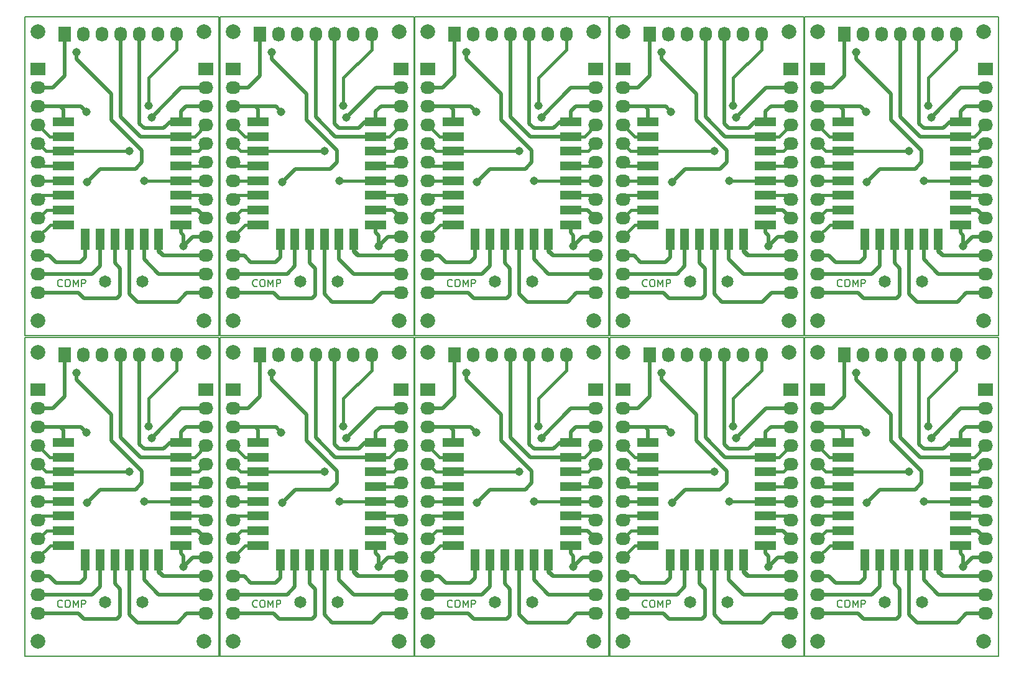
<source format=gbr>
G04 #@! TF.FileFunction,Copper,L1,Top,Signal*
%FSLAX46Y46*%
G04 Gerber Fmt 4.6, Leading zero omitted, Abs format (unit mm)*
G04 Created by KiCad (PCBNEW (2015-01-16 BZR 5376)-product) date 6/19/2015 1:22:51 PM*
%MOMM*%
G01*
G04 APERTURE LIST*
%ADD10C,0.100000*%
%ADD11C,0.200000*%
%ADD12R,1.727200X2.032000*%
%ADD13O,1.727200X2.032000*%
%ADD14C,1.651000*%
%ADD15R,2.032000X1.727200*%
%ADD16O,2.032000X1.727200*%
%ADD17R,3.000000X1.200000*%
%ADD18R,1.200000X3.000000*%
%ADD19C,2.000000*%
%ADD20C,1.143000*%
%ADD21C,0.508000*%
%ADD22C,0.381000*%
%ADD23C,0.350000*%
G04 APERTURE END LIST*
D10*
D11*
X146685000Y-74676000D02*
X146685000Y-114808000D01*
X173101000Y-114808000D02*
X173101000Y-74676000D01*
X173101000Y-74676000D02*
X146685000Y-74676000D01*
X151749286Y-111355143D02*
X151701667Y-111402762D01*
X151558810Y-111450381D01*
X151463572Y-111450381D01*
X151320714Y-111402762D01*
X151225476Y-111307524D01*
X151177857Y-111212286D01*
X151130238Y-111021810D01*
X151130238Y-110878952D01*
X151177857Y-110688476D01*
X151225476Y-110593238D01*
X151320714Y-110498000D01*
X151463572Y-110450381D01*
X151558810Y-110450381D01*
X151701667Y-110498000D01*
X151749286Y-110545619D01*
X152368333Y-110450381D02*
X152558810Y-110450381D01*
X152654048Y-110498000D01*
X152749286Y-110593238D01*
X152796905Y-110783714D01*
X152796905Y-111117048D01*
X152749286Y-111307524D01*
X152654048Y-111402762D01*
X152558810Y-111450381D01*
X152368333Y-111450381D01*
X152273095Y-111402762D01*
X152177857Y-111307524D01*
X152130238Y-111117048D01*
X152130238Y-110783714D01*
X152177857Y-110593238D01*
X152273095Y-110498000D01*
X152368333Y-110450381D01*
X153225476Y-111450381D02*
X153225476Y-110450381D01*
X153558810Y-111164667D01*
X153892143Y-110450381D01*
X153892143Y-111450381D01*
X154368333Y-111450381D02*
X154368333Y-110450381D01*
X154749286Y-110450381D01*
X154844524Y-110498000D01*
X154892143Y-110545619D01*
X154939762Y-110640857D01*
X154939762Y-110783714D01*
X154892143Y-110878952D01*
X154844524Y-110926571D01*
X154749286Y-110974190D01*
X154368333Y-110974190D01*
X146685000Y-114808000D02*
X146685000Y-118110000D01*
X146685000Y-118110000D02*
X173101000Y-118110000D01*
X173101000Y-118110000D02*
X173101000Y-114808000D01*
X120142000Y-74676000D02*
X120142000Y-114808000D01*
X146558000Y-114808000D02*
X146558000Y-74676000D01*
X146558000Y-74676000D02*
X120142000Y-74676000D01*
X125206286Y-111355143D02*
X125158667Y-111402762D01*
X125015810Y-111450381D01*
X124920572Y-111450381D01*
X124777714Y-111402762D01*
X124682476Y-111307524D01*
X124634857Y-111212286D01*
X124587238Y-111021810D01*
X124587238Y-110878952D01*
X124634857Y-110688476D01*
X124682476Y-110593238D01*
X124777714Y-110498000D01*
X124920572Y-110450381D01*
X125015810Y-110450381D01*
X125158667Y-110498000D01*
X125206286Y-110545619D01*
X125825333Y-110450381D02*
X126015810Y-110450381D01*
X126111048Y-110498000D01*
X126206286Y-110593238D01*
X126253905Y-110783714D01*
X126253905Y-111117048D01*
X126206286Y-111307524D01*
X126111048Y-111402762D01*
X126015810Y-111450381D01*
X125825333Y-111450381D01*
X125730095Y-111402762D01*
X125634857Y-111307524D01*
X125587238Y-111117048D01*
X125587238Y-110783714D01*
X125634857Y-110593238D01*
X125730095Y-110498000D01*
X125825333Y-110450381D01*
X126682476Y-111450381D02*
X126682476Y-110450381D01*
X127015810Y-111164667D01*
X127349143Y-110450381D01*
X127349143Y-111450381D01*
X127825333Y-111450381D02*
X127825333Y-110450381D01*
X128206286Y-110450381D01*
X128301524Y-110498000D01*
X128349143Y-110545619D01*
X128396762Y-110640857D01*
X128396762Y-110783714D01*
X128349143Y-110878952D01*
X128301524Y-110926571D01*
X128206286Y-110974190D01*
X127825333Y-110974190D01*
X120142000Y-114808000D02*
X120142000Y-118110000D01*
X120142000Y-118110000D02*
X146558000Y-118110000D01*
X146558000Y-118110000D02*
X146558000Y-114808000D01*
X93599000Y-74676000D02*
X93599000Y-114808000D01*
X120015000Y-114808000D02*
X120015000Y-74676000D01*
X120015000Y-74676000D02*
X93599000Y-74676000D01*
X98663286Y-111355143D02*
X98615667Y-111402762D01*
X98472810Y-111450381D01*
X98377572Y-111450381D01*
X98234714Y-111402762D01*
X98139476Y-111307524D01*
X98091857Y-111212286D01*
X98044238Y-111021810D01*
X98044238Y-110878952D01*
X98091857Y-110688476D01*
X98139476Y-110593238D01*
X98234714Y-110498000D01*
X98377572Y-110450381D01*
X98472810Y-110450381D01*
X98615667Y-110498000D01*
X98663286Y-110545619D01*
X99282333Y-110450381D02*
X99472810Y-110450381D01*
X99568048Y-110498000D01*
X99663286Y-110593238D01*
X99710905Y-110783714D01*
X99710905Y-111117048D01*
X99663286Y-111307524D01*
X99568048Y-111402762D01*
X99472810Y-111450381D01*
X99282333Y-111450381D01*
X99187095Y-111402762D01*
X99091857Y-111307524D01*
X99044238Y-111117048D01*
X99044238Y-110783714D01*
X99091857Y-110593238D01*
X99187095Y-110498000D01*
X99282333Y-110450381D01*
X100139476Y-111450381D02*
X100139476Y-110450381D01*
X100472810Y-111164667D01*
X100806143Y-110450381D01*
X100806143Y-111450381D01*
X101282333Y-111450381D02*
X101282333Y-110450381D01*
X101663286Y-110450381D01*
X101758524Y-110498000D01*
X101806143Y-110545619D01*
X101853762Y-110640857D01*
X101853762Y-110783714D01*
X101806143Y-110878952D01*
X101758524Y-110926571D01*
X101663286Y-110974190D01*
X101282333Y-110974190D01*
X93599000Y-114808000D02*
X93599000Y-118110000D01*
X93599000Y-118110000D02*
X120015000Y-118110000D01*
X120015000Y-118110000D02*
X120015000Y-114808000D01*
X67056000Y-74676000D02*
X67056000Y-114808000D01*
X93472000Y-114808000D02*
X93472000Y-74676000D01*
X93472000Y-74676000D02*
X67056000Y-74676000D01*
X72120286Y-111355143D02*
X72072667Y-111402762D01*
X71929810Y-111450381D01*
X71834572Y-111450381D01*
X71691714Y-111402762D01*
X71596476Y-111307524D01*
X71548857Y-111212286D01*
X71501238Y-111021810D01*
X71501238Y-110878952D01*
X71548857Y-110688476D01*
X71596476Y-110593238D01*
X71691714Y-110498000D01*
X71834572Y-110450381D01*
X71929810Y-110450381D01*
X72072667Y-110498000D01*
X72120286Y-110545619D01*
X72739333Y-110450381D02*
X72929810Y-110450381D01*
X73025048Y-110498000D01*
X73120286Y-110593238D01*
X73167905Y-110783714D01*
X73167905Y-111117048D01*
X73120286Y-111307524D01*
X73025048Y-111402762D01*
X72929810Y-111450381D01*
X72739333Y-111450381D01*
X72644095Y-111402762D01*
X72548857Y-111307524D01*
X72501238Y-111117048D01*
X72501238Y-110783714D01*
X72548857Y-110593238D01*
X72644095Y-110498000D01*
X72739333Y-110450381D01*
X73596476Y-111450381D02*
X73596476Y-110450381D01*
X73929810Y-111164667D01*
X74263143Y-110450381D01*
X74263143Y-111450381D01*
X74739333Y-111450381D02*
X74739333Y-110450381D01*
X75120286Y-110450381D01*
X75215524Y-110498000D01*
X75263143Y-110545619D01*
X75310762Y-110640857D01*
X75310762Y-110783714D01*
X75263143Y-110878952D01*
X75215524Y-110926571D01*
X75120286Y-110974190D01*
X74739333Y-110974190D01*
X67056000Y-114808000D02*
X67056000Y-118110000D01*
X67056000Y-118110000D02*
X93472000Y-118110000D01*
X93472000Y-118110000D02*
X93472000Y-114808000D01*
X40513000Y-74676000D02*
X40513000Y-114808000D01*
X66929000Y-114808000D02*
X66929000Y-74676000D01*
X66929000Y-74676000D02*
X40513000Y-74676000D01*
X45577286Y-111355143D02*
X45529667Y-111402762D01*
X45386810Y-111450381D01*
X45291572Y-111450381D01*
X45148714Y-111402762D01*
X45053476Y-111307524D01*
X45005857Y-111212286D01*
X44958238Y-111021810D01*
X44958238Y-110878952D01*
X45005857Y-110688476D01*
X45053476Y-110593238D01*
X45148714Y-110498000D01*
X45291572Y-110450381D01*
X45386810Y-110450381D01*
X45529667Y-110498000D01*
X45577286Y-110545619D01*
X46196333Y-110450381D02*
X46386810Y-110450381D01*
X46482048Y-110498000D01*
X46577286Y-110593238D01*
X46624905Y-110783714D01*
X46624905Y-111117048D01*
X46577286Y-111307524D01*
X46482048Y-111402762D01*
X46386810Y-111450381D01*
X46196333Y-111450381D01*
X46101095Y-111402762D01*
X46005857Y-111307524D01*
X45958238Y-111117048D01*
X45958238Y-110783714D01*
X46005857Y-110593238D01*
X46101095Y-110498000D01*
X46196333Y-110450381D01*
X47053476Y-111450381D02*
X47053476Y-110450381D01*
X47386810Y-111164667D01*
X47720143Y-110450381D01*
X47720143Y-111450381D01*
X48196333Y-111450381D02*
X48196333Y-110450381D01*
X48577286Y-110450381D01*
X48672524Y-110498000D01*
X48720143Y-110545619D01*
X48767762Y-110640857D01*
X48767762Y-110783714D01*
X48720143Y-110878952D01*
X48672524Y-110926571D01*
X48577286Y-110974190D01*
X48196333Y-110974190D01*
X40513000Y-114808000D02*
X40513000Y-118110000D01*
X40513000Y-118110000D02*
X66929000Y-118110000D01*
X66929000Y-118110000D02*
X66929000Y-114808000D01*
X146685000Y-30988000D02*
X146685000Y-71120000D01*
X173101000Y-71120000D02*
X173101000Y-30988000D01*
X173101000Y-30988000D02*
X146685000Y-30988000D01*
X151749286Y-67667143D02*
X151701667Y-67714762D01*
X151558810Y-67762381D01*
X151463572Y-67762381D01*
X151320714Y-67714762D01*
X151225476Y-67619524D01*
X151177857Y-67524286D01*
X151130238Y-67333810D01*
X151130238Y-67190952D01*
X151177857Y-67000476D01*
X151225476Y-66905238D01*
X151320714Y-66810000D01*
X151463572Y-66762381D01*
X151558810Y-66762381D01*
X151701667Y-66810000D01*
X151749286Y-66857619D01*
X152368333Y-66762381D02*
X152558810Y-66762381D01*
X152654048Y-66810000D01*
X152749286Y-66905238D01*
X152796905Y-67095714D01*
X152796905Y-67429048D01*
X152749286Y-67619524D01*
X152654048Y-67714762D01*
X152558810Y-67762381D01*
X152368333Y-67762381D01*
X152273095Y-67714762D01*
X152177857Y-67619524D01*
X152130238Y-67429048D01*
X152130238Y-67095714D01*
X152177857Y-66905238D01*
X152273095Y-66810000D01*
X152368333Y-66762381D01*
X153225476Y-67762381D02*
X153225476Y-66762381D01*
X153558810Y-67476667D01*
X153892143Y-66762381D01*
X153892143Y-67762381D01*
X154368333Y-67762381D02*
X154368333Y-66762381D01*
X154749286Y-66762381D01*
X154844524Y-66810000D01*
X154892143Y-66857619D01*
X154939762Y-66952857D01*
X154939762Y-67095714D01*
X154892143Y-67190952D01*
X154844524Y-67238571D01*
X154749286Y-67286190D01*
X154368333Y-67286190D01*
X146685000Y-71120000D02*
X146685000Y-74422000D01*
X146685000Y-74422000D02*
X173101000Y-74422000D01*
X173101000Y-74422000D02*
X173101000Y-71120000D01*
X120142000Y-30988000D02*
X120142000Y-71120000D01*
X146558000Y-71120000D02*
X146558000Y-30988000D01*
X146558000Y-30988000D02*
X120142000Y-30988000D01*
X125206286Y-67667143D02*
X125158667Y-67714762D01*
X125015810Y-67762381D01*
X124920572Y-67762381D01*
X124777714Y-67714762D01*
X124682476Y-67619524D01*
X124634857Y-67524286D01*
X124587238Y-67333810D01*
X124587238Y-67190952D01*
X124634857Y-67000476D01*
X124682476Y-66905238D01*
X124777714Y-66810000D01*
X124920572Y-66762381D01*
X125015810Y-66762381D01*
X125158667Y-66810000D01*
X125206286Y-66857619D01*
X125825333Y-66762381D02*
X126015810Y-66762381D01*
X126111048Y-66810000D01*
X126206286Y-66905238D01*
X126253905Y-67095714D01*
X126253905Y-67429048D01*
X126206286Y-67619524D01*
X126111048Y-67714762D01*
X126015810Y-67762381D01*
X125825333Y-67762381D01*
X125730095Y-67714762D01*
X125634857Y-67619524D01*
X125587238Y-67429048D01*
X125587238Y-67095714D01*
X125634857Y-66905238D01*
X125730095Y-66810000D01*
X125825333Y-66762381D01*
X126682476Y-67762381D02*
X126682476Y-66762381D01*
X127015810Y-67476667D01*
X127349143Y-66762381D01*
X127349143Y-67762381D01*
X127825333Y-67762381D02*
X127825333Y-66762381D01*
X128206286Y-66762381D01*
X128301524Y-66810000D01*
X128349143Y-66857619D01*
X128396762Y-66952857D01*
X128396762Y-67095714D01*
X128349143Y-67190952D01*
X128301524Y-67238571D01*
X128206286Y-67286190D01*
X127825333Y-67286190D01*
X120142000Y-71120000D02*
X120142000Y-74422000D01*
X120142000Y-74422000D02*
X146558000Y-74422000D01*
X146558000Y-74422000D02*
X146558000Y-71120000D01*
X93599000Y-30988000D02*
X93599000Y-71120000D01*
X120015000Y-71120000D02*
X120015000Y-30988000D01*
X120015000Y-30988000D02*
X93599000Y-30988000D01*
X98663286Y-67667143D02*
X98615667Y-67714762D01*
X98472810Y-67762381D01*
X98377572Y-67762381D01*
X98234714Y-67714762D01*
X98139476Y-67619524D01*
X98091857Y-67524286D01*
X98044238Y-67333810D01*
X98044238Y-67190952D01*
X98091857Y-67000476D01*
X98139476Y-66905238D01*
X98234714Y-66810000D01*
X98377572Y-66762381D01*
X98472810Y-66762381D01*
X98615667Y-66810000D01*
X98663286Y-66857619D01*
X99282333Y-66762381D02*
X99472810Y-66762381D01*
X99568048Y-66810000D01*
X99663286Y-66905238D01*
X99710905Y-67095714D01*
X99710905Y-67429048D01*
X99663286Y-67619524D01*
X99568048Y-67714762D01*
X99472810Y-67762381D01*
X99282333Y-67762381D01*
X99187095Y-67714762D01*
X99091857Y-67619524D01*
X99044238Y-67429048D01*
X99044238Y-67095714D01*
X99091857Y-66905238D01*
X99187095Y-66810000D01*
X99282333Y-66762381D01*
X100139476Y-67762381D02*
X100139476Y-66762381D01*
X100472810Y-67476667D01*
X100806143Y-66762381D01*
X100806143Y-67762381D01*
X101282333Y-67762381D02*
X101282333Y-66762381D01*
X101663286Y-66762381D01*
X101758524Y-66810000D01*
X101806143Y-66857619D01*
X101853762Y-66952857D01*
X101853762Y-67095714D01*
X101806143Y-67190952D01*
X101758524Y-67238571D01*
X101663286Y-67286190D01*
X101282333Y-67286190D01*
X93599000Y-71120000D02*
X93599000Y-74422000D01*
X93599000Y-74422000D02*
X120015000Y-74422000D01*
X120015000Y-74422000D02*
X120015000Y-71120000D01*
X67056000Y-30988000D02*
X67056000Y-71120000D01*
X93472000Y-71120000D02*
X93472000Y-30988000D01*
X93472000Y-30988000D02*
X67056000Y-30988000D01*
X72120286Y-67667143D02*
X72072667Y-67714762D01*
X71929810Y-67762381D01*
X71834572Y-67762381D01*
X71691714Y-67714762D01*
X71596476Y-67619524D01*
X71548857Y-67524286D01*
X71501238Y-67333810D01*
X71501238Y-67190952D01*
X71548857Y-67000476D01*
X71596476Y-66905238D01*
X71691714Y-66810000D01*
X71834572Y-66762381D01*
X71929810Y-66762381D01*
X72072667Y-66810000D01*
X72120286Y-66857619D01*
X72739333Y-66762381D02*
X72929810Y-66762381D01*
X73025048Y-66810000D01*
X73120286Y-66905238D01*
X73167905Y-67095714D01*
X73167905Y-67429048D01*
X73120286Y-67619524D01*
X73025048Y-67714762D01*
X72929810Y-67762381D01*
X72739333Y-67762381D01*
X72644095Y-67714762D01*
X72548857Y-67619524D01*
X72501238Y-67429048D01*
X72501238Y-67095714D01*
X72548857Y-66905238D01*
X72644095Y-66810000D01*
X72739333Y-66762381D01*
X73596476Y-67762381D02*
X73596476Y-66762381D01*
X73929810Y-67476667D01*
X74263143Y-66762381D01*
X74263143Y-67762381D01*
X74739333Y-67762381D02*
X74739333Y-66762381D01*
X75120286Y-66762381D01*
X75215524Y-66810000D01*
X75263143Y-66857619D01*
X75310762Y-66952857D01*
X75310762Y-67095714D01*
X75263143Y-67190952D01*
X75215524Y-67238571D01*
X75120286Y-67286190D01*
X74739333Y-67286190D01*
X67056000Y-71120000D02*
X67056000Y-74422000D01*
X67056000Y-74422000D02*
X93472000Y-74422000D01*
X93472000Y-74422000D02*
X93472000Y-71120000D01*
X66929000Y-74422000D02*
X66929000Y-71120000D01*
X40513000Y-74422000D02*
X66929000Y-74422000D01*
X40513000Y-71120000D02*
X40513000Y-74422000D01*
X45577286Y-67667143D02*
X45529667Y-67714762D01*
X45386810Y-67762381D01*
X45291572Y-67762381D01*
X45148714Y-67714762D01*
X45053476Y-67619524D01*
X45005857Y-67524286D01*
X44958238Y-67333810D01*
X44958238Y-67190952D01*
X45005857Y-67000476D01*
X45053476Y-66905238D01*
X45148714Y-66810000D01*
X45291572Y-66762381D01*
X45386810Y-66762381D01*
X45529667Y-66810000D01*
X45577286Y-66857619D01*
X46196333Y-66762381D02*
X46386810Y-66762381D01*
X46482048Y-66810000D01*
X46577286Y-66905238D01*
X46624905Y-67095714D01*
X46624905Y-67429048D01*
X46577286Y-67619524D01*
X46482048Y-67714762D01*
X46386810Y-67762381D01*
X46196333Y-67762381D01*
X46101095Y-67714762D01*
X46005857Y-67619524D01*
X45958238Y-67429048D01*
X45958238Y-67095714D01*
X46005857Y-66905238D01*
X46101095Y-66810000D01*
X46196333Y-66762381D01*
X47053476Y-67762381D02*
X47053476Y-66762381D01*
X47386810Y-67476667D01*
X47720143Y-66762381D01*
X47720143Y-67762381D01*
X48196333Y-67762381D02*
X48196333Y-66762381D01*
X48577286Y-66762381D01*
X48672524Y-66810000D01*
X48720143Y-66857619D01*
X48767762Y-66952857D01*
X48767762Y-67095714D01*
X48720143Y-67190952D01*
X48672524Y-67238571D01*
X48577286Y-67286190D01*
X48196333Y-67286190D01*
X66929000Y-30988000D02*
X40513000Y-30988000D01*
X66929000Y-71120000D02*
X66929000Y-30988000D01*
X40513000Y-30988000D02*
X40513000Y-71120000D01*
D12*
X152095200Y-77012800D03*
D13*
X154635200Y-77012800D03*
X157175200Y-77012800D03*
X159715200Y-77012800D03*
X162255200Y-77012800D03*
X164795200Y-77012800D03*
X167335200Y-77012800D03*
D14*
X162687000Y-110744000D03*
X157607000Y-110744000D03*
D15*
X148463000Y-81788000D03*
D16*
X148463000Y-84328000D03*
X148463000Y-86868000D03*
X148463000Y-89408000D03*
X148463000Y-91948000D03*
X148463000Y-94488000D03*
X148463000Y-97028000D03*
X148463000Y-99568000D03*
X148463000Y-102108000D03*
X148463000Y-104648000D03*
X148463000Y-107188000D03*
X148463000Y-109728000D03*
X148463000Y-112268000D03*
D15*
X171323000Y-81788000D03*
D16*
X171323000Y-84328000D03*
X171323000Y-86868000D03*
X171323000Y-89408000D03*
X171323000Y-91948000D03*
X171323000Y-94488000D03*
X171323000Y-97028000D03*
X171323000Y-99568000D03*
X171323000Y-102108000D03*
X171323000Y-104648000D03*
X171323000Y-107188000D03*
X171323000Y-109728000D03*
X171323000Y-112268000D03*
D17*
X167893000Y-100996000D03*
X151893000Y-88996000D03*
X151893000Y-90996000D03*
X151893000Y-92996000D03*
X151893000Y-94996000D03*
X151893000Y-96996000D03*
X151893000Y-98996000D03*
X151893000Y-100996000D03*
X151893000Y-102996000D03*
D18*
X154893000Y-104996000D03*
X156893000Y-104996000D03*
X160893000Y-104996000D03*
X162893000Y-104996000D03*
X164893000Y-104996000D03*
D17*
X167893000Y-102996000D03*
X167893000Y-100996000D03*
D18*
X158893000Y-104996000D03*
D17*
X167893000Y-98996000D03*
X167893000Y-96996000D03*
X167893000Y-94996000D03*
X167893000Y-92996000D03*
X167893000Y-90996000D03*
X167893000Y-88996000D03*
D19*
X171069000Y-116078000D03*
X148463000Y-116078000D03*
X148463000Y-76708000D03*
X171069000Y-76708000D03*
D12*
X125552200Y-77012800D03*
D13*
X128092200Y-77012800D03*
X130632200Y-77012800D03*
X133172200Y-77012800D03*
X135712200Y-77012800D03*
X138252200Y-77012800D03*
X140792200Y-77012800D03*
D14*
X136144000Y-110744000D03*
X131064000Y-110744000D03*
D15*
X121920000Y-81788000D03*
D16*
X121920000Y-84328000D03*
X121920000Y-86868000D03*
X121920000Y-89408000D03*
X121920000Y-91948000D03*
X121920000Y-94488000D03*
X121920000Y-97028000D03*
X121920000Y-99568000D03*
X121920000Y-102108000D03*
X121920000Y-104648000D03*
X121920000Y-107188000D03*
X121920000Y-109728000D03*
X121920000Y-112268000D03*
D15*
X144780000Y-81788000D03*
D16*
X144780000Y-84328000D03*
X144780000Y-86868000D03*
X144780000Y-89408000D03*
X144780000Y-91948000D03*
X144780000Y-94488000D03*
X144780000Y-97028000D03*
X144780000Y-99568000D03*
X144780000Y-102108000D03*
X144780000Y-104648000D03*
X144780000Y-107188000D03*
X144780000Y-109728000D03*
X144780000Y-112268000D03*
D17*
X141350000Y-100996000D03*
X125350000Y-88996000D03*
X125350000Y-90996000D03*
X125350000Y-92996000D03*
X125350000Y-94996000D03*
X125350000Y-96996000D03*
X125350000Y-98996000D03*
X125350000Y-100996000D03*
X125350000Y-102996000D03*
D18*
X128350000Y-104996000D03*
X130350000Y-104996000D03*
X134350000Y-104996000D03*
X136350000Y-104996000D03*
X138350000Y-104996000D03*
D17*
X141350000Y-102996000D03*
X141350000Y-100996000D03*
D18*
X132350000Y-104996000D03*
D17*
X141350000Y-98996000D03*
X141350000Y-96996000D03*
X141350000Y-94996000D03*
X141350000Y-92996000D03*
X141350000Y-90996000D03*
X141350000Y-88996000D03*
D19*
X144526000Y-116078000D03*
X121920000Y-116078000D03*
X121920000Y-76708000D03*
X144526000Y-76708000D03*
D12*
X99009200Y-77012800D03*
D13*
X101549200Y-77012800D03*
X104089200Y-77012800D03*
X106629200Y-77012800D03*
X109169200Y-77012800D03*
X111709200Y-77012800D03*
X114249200Y-77012800D03*
D14*
X109601000Y-110744000D03*
X104521000Y-110744000D03*
D15*
X95377000Y-81788000D03*
D16*
X95377000Y-84328000D03*
X95377000Y-86868000D03*
X95377000Y-89408000D03*
X95377000Y-91948000D03*
X95377000Y-94488000D03*
X95377000Y-97028000D03*
X95377000Y-99568000D03*
X95377000Y-102108000D03*
X95377000Y-104648000D03*
X95377000Y-107188000D03*
X95377000Y-109728000D03*
X95377000Y-112268000D03*
D15*
X118237000Y-81788000D03*
D16*
X118237000Y-84328000D03*
X118237000Y-86868000D03*
X118237000Y-89408000D03*
X118237000Y-91948000D03*
X118237000Y-94488000D03*
X118237000Y-97028000D03*
X118237000Y-99568000D03*
X118237000Y-102108000D03*
X118237000Y-104648000D03*
X118237000Y-107188000D03*
X118237000Y-109728000D03*
X118237000Y-112268000D03*
D17*
X114807000Y-100996000D03*
X98807000Y-88996000D03*
X98807000Y-90996000D03*
X98807000Y-92996000D03*
X98807000Y-94996000D03*
X98807000Y-96996000D03*
X98807000Y-98996000D03*
X98807000Y-100996000D03*
X98807000Y-102996000D03*
D18*
X101807000Y-104996000D03*
X103807000Y-104996000D03*
X107807000Y-104996000D03*
X109807000Y-104996000D03*
X111807000Y-104996000D03*
D17*
X114807000Y-102996000D03*
X114807000Y-100996000D03*
D18*
X105807000Y-104996000D03*
D17*
X114807000Y-98996000D03*
X114807000Y-96996000D03*
X114807000Y-94996000D03*
X114807000Y-92996000D03*
X114807000Y-90996000D03*
X114807000Y-88996000D03*
D19*
X117983000Y-116078000D03*
X95377000Y-116078000D03*
X95377000Y-76708000D03*
X117983000Y-76708000D03*
D12*
X72466200Y-77012800D03*
D13*
X75006200Y-77012800D03*
X77546200Y-77012800D03*
X80086200Y-77012800D03*
X82626200Y-77012800D03*
X85166200Y-77012800D03*
X87706200Y-77012800D03*
D14*
X83058000Y-110744000D03*
X77978000Y-110744000D03*
D15*
X68834000Y-81788000D03*
D16*
X68834000Y-84328000D03*
X68834000Y-86868000D03*
X68834000Y-89408000D03*
X68834000Y-91948000D03*
X68834000Y-94488000D03*
X68834000Y-97028000D03*
X68834000Y-99568000D03*
X68834000Y-102108000D03*
X68834000Y-104648000D03*
X68834000Y-107188000D03*
X68834000Y-109728000D03*
X68834000Y-112268000D03*
D15*
X91694000Y-81788000D03*
D16*
X91694000Y-84328000D03*
X91694000Y-86868000D03*
X91694000Y-89408000D03*
X91694000Y-91948000D03*
X91694000Y-94488000D03*
X91694000Y-97028000D03*
X91694000Y-99568000D03*
X91694000Y-102108000D03*
X91694000Y-104648000D03*
X91694000Y-107188000D03*
X91694000Y-109728000D03*
X91694000Y-112268000D03*
D17*
X88264000Y-100996000D03*
X72264000Y-88996000D03*
X72264000Y-90996000D03*
X72264000Y-92996000D03*
X72264000Y-94996000D03*
X72264000Y-96996000D03*
X72264000Y-98996000D03*
X72264000Y-100996000D03*
X72264000Y-102996000D03*
D18*
X75264000Y-104996000D03*
X77264000Y-104996000D03*
X81264000Y-104996000D03*
X83264000Y-104996000D03*
X85264000Y-104996000D03*
D17*
X88264000Y-102996000D03*
X88264000Y-100996000D03*
D18*
X79264000Y-104996000D03*
D17*
X88264000Y-98996000D03*
X88264000Y-96996000D03*
X88264000Y-94996000D03*
X88264000Y-92996000D03*
X88264000Y-90996000D03*
X88264000Y-88996000D03*
D19*
X91440000Y-116078000D03*
X68834000Y-116078000D03*
X68834000Y-76708000D03*
X91440000Y-76708000D03*
D12*
X45923200Y-77012800D03*
D13*
X48463200Y-77012800D03*
X51003200Y-77012800D03*
X53543200Y-77012800D03*
X56083200Y-77012800D03*
X58623200Y-77012800D03*
X61163200Y-77012800D03*
D14*
X56515000Y-110744000D03*
X51435000Y-110744000D03*
D15*
X42291000Y-81788000D03*
D16*
X42291000Y-84328000D03*
X42291000Y-86868000D03*
X42291000Y-89408000D03*
X42291000Y-91948000D03*
X42291000Y-94488000D03*
X42291000Y-97028000D03*
X42291000Y-99568000D03*
X42291000Y-102108000D03*
X42291000Y-104648000D03*
X42291000Y-107188000D03*
X42291000Y-109728000D03*
X42291000Y-112268000D03*
D15*
X65151000Y-81788000D03*
D16*
X65151000Y-84328000D03*
X65151000Y-86868000D03*
X65151000Y-89408000D03*
X65151000Y-91948000D03*
X65151000Y-94488000D03*
X65151000Y-97028000D03*
X65151000Y-99568000D03*
X65151000Y-102108000D03*
X65151000Y-104648000D03*
X65151000Y-107188000D03*
X65151000Y-109728000D03*
X65151000Y-112268000D03*
D17*
X61721000Y-100996000D03*
X45721000Y-88996000D03*
X45721000Y-90996000D03*
X45721000Y-92996000D03*
X45721000Y-94996000D03*
X45721000Y-96996000D03*
X45721000Y-98996000D03*
X45721000Y-100996000D03*
X45721000Y-102996000D03*
D18*
X48721000Y-104996000D03*
X50721000Y-104996000D03*
X54721000Y-104996000D03*
X56721000Y-104996000D03*
X58721000Y-104996000D03*
D17*
X61721000Y-102996000D03*
X61721000Y-100996000D03*
D18*
X52721000Y-104996000D03*
D17*
X61721000Y-98996000D03*
X61721000Y-96996000D03*
X61721000Y-94996000D03*
X61721000Y-92996000D03*
X61721000Y-90996000D03*
X61721000Y-88996000D03*
D19*
X64897000Y-116078000D03*
X42291000Y-116078000D03*
X42291000Y-76708000D03*
X64897000Y-76708000D03*
D12*
X152095200Y-33324800D03*
D13*
X154635200Y-33324800D03*
X157175200Y-33324800D03*
X159715200Y-33324800D03*
X162255200Y-33324800D03*
X164795200Y-33324800D03*
X167335200Y-33324800D03*
D14*
X162687000Y-67056000D03*
X157607000Y-67056000D03*
D15*
X148463000Y-38100000D03*
D16*
X148463000Y-40640000D03*
X148463000Y-43180000D03*
X148463000Y-45720000D03*
X148463000Y-48260000D03*
X148463000Y-50800000D03*
X148463000Y-53340000D03*
X148463000Y-55880000D03*
X148463000Y-58420000D03*
X148463000Y-60960000D03*
X148463000Y-63500000D03*
X148463000Y-66040000D03*
X148463000Y-68580000D03*
D15*
X171323000Y-38100000D03*
D16*
X171323000Y-40640000D03*
X171323000Y-43180000D03*
X171323000Y-45720000D03*
X171323000Y-48260000D03*
X171323000Y-50800000D03*
X171323000Y-53340000D03*
X171323000Y-55880000D03*
X171323000Y-58420000D03*
X171323000Y-60960000D03*
X171323000Y-63500000D03*
X171323000Y-66040000D03*
X171323000Y-68580000D03*
D17*
X167893000Y-57308000D03*
X151893000Y-45308000D03*
X151893000Y-47308000D03*
X151893000Y-49308000D03*
X151893000Y-51308000D03*
X151893000Y-53308000D03*
X151893000Y-55308000D03*
X151893000Y-57308000D03*
X151893000Y-59308000D03*
D18*
X154893000Y-61308000D03*
X156893000Y-61308000D03*
X160893000Y-61308000D03*
X162893000Y-61308000D03*
X164893000Y-61308000D03*
D17*
X167893000Y-59308000D03*
X167893000Y-57308000D03*
D18*
X158893000Y-61308000D03*
D17*
X167893000Y-55308000D03*
X167893000Y-53308000D03*
X167893000Y-51308000D03*
X167893000Y-49308000D03*
X167893000Y-47308000D03*
X167893000Y-45308000D03*
D19*
X171069000Y-72390000D03*
X148463000Y-72390000D03*
X148463000Y-33020000D03*
X171069000Y-33020000D03*
D12*
X125552200Y-33324800D03*
D13*
X128092200Y-33324800D03*
X130632200Y-33324800D03*
X133172200Y-33324800D03*
X135712200Y-33324800D03*
X138252200Y-33324800D03*
X140792200Y-33324800D03*
D14*
X136144000Y-67056000D03*
X131064000Y-67056000D03*
D15*
X121920000Y-38100000D03*
D16*
X121920000Y-40640000D03*
X121920000Y-43180000D03*
X121920000Y-45720000D03*
X121920000Y-48260000D03*
X121920000Y-50800000D03*
X121920000Y-53340000D03*
X121920000Y-55880000D03*
X121920000Y-58420000D03*
X121920000Y-60960000D03*
X121920000Y-63500000D03*
X121920000Y-66040000D03*
X121920000Y-68580000D03*
D15*
X144780000Y-38100000D03*
D16*
X144780000Y-40640000D03*
X144780000Y-43180000D03*
X144780000Y-45720000D03*
X144780000Y-48260000D03*
X144780000Y-50800000D03*
X144780000Y-53340000D03*
X144780000Y-55880000D03*
X144780000Y-58420000D03*
X144780000Y-60960000D03*
X144780000Y-63500000D03*
X144780000Y-66040000D03*
X144780000Y-68580000D03*
D17*
X141350000Y-57308000D03*
X125350000Y-45308000D03*
X125350000Y-47308000D03*
X125350000Y-49308000D03*
X125350000Y-51308000D03*
X125350000Y-53308000D03*
X125350000Y-55308000D03*
X125350000Y-57308000D03*
X125350000Y-59308000D03*
D18*
X128350000Y-61308000D03*
X130350000Y-61308000D03*
X134350000Y-61308000D03*
X136350000Y-61308000D03*
X138350000Y-61308000D03*
D17*
X141350000Y-59308000D03*
X141350000Y-57308000D03*
D18*
X132350000Y-61308000D03*
D17*
X141350000Y-55308000D03*
X141350000Y-53308000D03*
X141350000Y-51308000D03*
X141350000Y-49308000D03*
X141350000Y-47308000D03*
X141350000Y-45308000D03*
D19*
X144526000Y-72390000D03*
X121920000Y-72390000D03*
X121920000Y-33020000D03*
X144526000Y-33020000D03*
D12*
X99009200Y-33324800D03*
D13*
X101549200Y-33324800D03*
X104089200Y-33324800D03*
X106629200Y-33324800D03*
X109169200Y-33324800D03*
X111709200Y-33324800D03*
X114249200Y-33324800D03*
D14*
X109601000Y-67056000D03*
X104521000Y-67056000D03*
D15*
X95377000Y-38100000D03*
D16*
X95377000Y-40640000D03*
X95377000Y-43180000D03*
X95377000Y-45720000D03*
X95377000Y-48260000D03*
X95377000Y-50800000D03*
X95377000Y-53340000D03*
X95377000Y-55880000D03*
X95377000Y-58420000D03*
X95377000Y-60960000D03*
X95377000Y-63500000D03*
X95377000Y-66040000D03*
X95377000Y-68580000D03*
D15*
X118237000Y-38100000D03*
D16*
X118237000Y-40640000D03*
X118237000Y-43180000D03*
X118237000Y-45720000D03*
X118237000Y-48260000D03*
X118237000Y-50800000D03*
X118237000Y-53340000D03*
X118237000Y-55880000D03*
X118237000Y-58420000D03*
X118237000Y-60960000D03*
X118237000Y-63500000D03*
X118237000Y-66040000D03*
X118237000Y-68580000D03*
D17*
X114807000Y-57308000D03*
X98807000Y-45308000D03*
X98807000Y-47308000D03*
X98807000Y-49308000D03*
X98807000Y-51308000D03*
X98807000Y-53308000D03*
X98807000Y-55308000D03*
X98807000Y-57308000D03*
X98807000Y-59308000D03*
D18*
X101807000Y-61308000D03*
X103807000Y-61308000D03*
X107807000Y-61308000D03*
X109807000Y-61308000D03*
X111807000Y-61308000D03*
D17*
X114807000Y-59308000D03*
X114807000Y-57308000D03*
D18*
X105807000Y-61308000D03*
D17*
X114807000Y-55308000D03*
X114807000Y-53308000D03*
X114807000Y-51308000D03*
X114807000Y-49308000D03*
X114807000Y-47308000D03*
X114807000Y-45308000D03*
D19*
X117983000Y-72390000D03*
X95377000Y-72390000D03*
X95377000Y-33020000D03*
X117983000Y-33020000D03*
D12*
X72466200Y-33324800D03*
D13*
X75006200Y-33324800D03*
X77546200Y-33324800D03*
X80086200Y-33324800D03*
X82626200Y-33324800D03*
X85166200Y-33324800D03*
X87706200Y-33324800D03*
D14*
X83058000Y-67056000D03*
X77978000Y-67056000D03*
D15*
X68834000Y-38100000D03*
D16*
X68834000Y-40640000D03*
X68834000Y-43180000D03*
X68834000Y-45720000D03*
X68834000Y-48260000D03*
X68834000Y-50800000D03*
X68834000Y-53340000D03*
X68834000Y-55880000D03*
X68834000Y-58420000D03*
X68834000Y-60960000D03*
X68834000Y-63500000D03*
X68834000Y-66040000D03*
X68834000Y-68580000D03*
D15*
X91694000Y-38100000D03*
D16*
X91694000Y-40640000D03*
X91694000Y-43180000D03*
X91694000Y-45720000D03*
X91694000Y-48260000D03*
X91694000Y-50800000D03*
X91694000Y-53340000D03*
X91694000Y-55880000D03*
X91694000Y-58420000D03*
X91694000Y-60960000D03*
X91694000Y-63500000D03*
X91694000Y-66040000D03*
X91694000Y-68580000D03*
D17*
X88264000Y-57308000D03*
X72264000Y-45308000D03*
X72264000Y-47308000D03*
X72264000Y-49308000D03*
X72264000Y-51308000D03*
X72264000Y-53308000D03*
X72264000Y-55308000D03*
X72264000Y-57308000D03*
X72264000Y-59308000D03*
D18*
X75264000Y-61308000D03*
X77264000Y-61308000D03*
X81264000Y-61308000D03*
X83264000Y-61308000D03*
X85264000Y-61308000D03*
D17*
X88264000Y-59308000D03*
X88264000Y-57308000D03*
D18*
X79264000Y-61308000D03*
D17*
X88264000Y-55308000D03*
X88264000Y-53308000D03*
X88264000Y-51308000D03*
X88264000Y-49308000D03*
X88264000Y-47308000D03*
X88264000Y-45308000D03*
D19*
X91440000Y-72390000D03*
X68834000Y-72390000D03*
X68834000Y-33020000D03*
X91440000Y-33020000D03*
X64897000Y-33020000D03*
X42291000Y-33020000D03*
X42291000Y-72390000D03*
X64897000Y-72390000D03*
D17*
X61721000Y-57308000D03*
X45721000Y-45308000D03*
X45721000Y-47308000D03*
X45721000Y-49308000D03*
X45721000Y-51308000D03*
X45721000Y-53308000D03*
X45721000Y-55308000D03*
X45721000Y-57308000D03*
X45721000Y-59308000D03*
D18*
X48721000Y-61308000D03*
X50721000Y-61308000D03*
X54721000Y-61308000D03*
X56721000Y-61308000D03*
X58721000Y-61308000D03*
D17*
X61721000Y-59308000D03*
X61721000Y-57308000D03*
D18*
X52721000Y-61308000D03*
D17*
X61721000Y-55308000D03*
X61721000Y-53308000D03*
X61721000Y-51308000D03*
X61721000Y-49308000D03*
X61721000Y-47308000D03*
X61721000Y-45308000D03*
D15*
X65151000Y-38100000D03*
D16*
X65151000Y-40640000D03*
X65151000Y-43180000D03*
X65151000Y-45720000D03*
X65151000Y-48260000D03*
X65151000Y-50800000D03*
X65151000Y-53340000D03*
X65151000Y-55880000D03*
X65151000Y-58420000D03*
X65151000Y-60960000D03*
X65151000Y-63500000D03*
X65151000Y-66040000D03*
X65151000Y-68580000D03*
D15*
X42291000Y-38100000D03*
D16*
X42291000Y-40640000D03*
X42291000Y-43180000D03*
X42291000Y-45720000D03*
X42291000Y-48260000D03*
X42291000Y-50800000D03*
X42291000Y-53340000D03*
X42291000Y-55880000D03*
X42291000Y-58420000D03*
X42291000Y-60960000D03*
X42291000Y-63500000D03*
X42291000Y-66040000D03*
X42291000Y-68580000D03*
D14*
X56515000Y-67056000D03*
X51435000Y-67056000D03*
D12*
X45923200Y-33324800D03*
D13*
X48463200Y-33324800D03*
X51003200Y-33324800D03*
X53543200Y-33324800D03*
X56083200Y-33324800D03*
X58623200Y-33324800D03*
X61163200Y-33324800D03*
D20*
X155016200Y-87604600D03*
X163499800Y-86817200D03*
X128473200Y-87604600D03*
X136956800Y-86817200D03*
X101930200Y-87604600D03*
X110413800Y-86817200D03*
X75387200Y-87604600D03*
X83870800Y-86817200D03*
X48844200Y-87604600D03*
X57327800Y-86817200D03*
X155016200Y-43916600D03*
X163499800Y-43129200D03*
X128473200Y-43916600D03*
X136956800Y-43129200D03*
X101930200Y-43916600D03*
X110413800Y-43129200D03*
X75387200Y-43916600D03*
X83870800Y-43129200D03*
X57327800Y-43129200D03*
X48844200Y-43916600D03*
X168275000Y-105918000D03*
X163906200Y-88366600D03*
X141732000Y-105918000D03*
X137363200Y-88366600D03*
X115189000Y-105918000D03*
X110820200Y-88366600D03*
X88646000Y-105918000D03*
X84277200Y-88366600D03*
X62103000Y-105918000D03*
X57734200Y-88366600D03*
X168275000Y-62230000D03*
X163906200Y-44678600D03*
X141732000Y-62230000D03*
X137363200Y-44678600D03*
X115189000Y-62230000D03*
X110820200Y-44678600D03*
X88646000Y-62230000D03*
X84277200Y-44678600D03*
X57734200Y-44678600D03*
X62103000Y-62230000D03*
X153720800Y-79502000D03*
X155143200Y-97155000D03*
X127177800Y-79502000D03*
X128600200Y-97155000D03*
X100634800Y-79502000D03*
X102057200Y-97155000D03*
X74091800Y-79502000D03*
X75514200Y-97155000D03*
X47548800Y-79502000D03*
X48971200Y-97155000D03*
X153720800Y-35814000D03*
X155143200Y-53467000D03*
X127177800Y-35814000D03*
X128600200Y-53467000D03*
X100634800Y-35814000D03*
X102057200Y-53467000D03*
X74091800Y-35814000D03*
X75514200Y-53467000D03*
X48971200Y-53467000D03*
X47548800Y-35814000D03*
X160909000Y-92964000D03*
X134366000Y-92964000D03*
X107823000Y-92964000D03*
X81280000Y-92964000D03*
X54737000Y-92964000D03*
X160909000Y-49276000D03*
X134366000Y-49276000D03*
X107823000Y-49276000D03*
X81280000Y-49276000D03*
X54737000Y-49276000D03*
X162941000Y-97028000D03*
X136398000Y-97028000D03*
X109855000Y-97028000D03*
X83312000Y-97028000D03*
X56769000Y-97028000D03*
X162941000Y-53340000D03*
X136398000Y-53340000D03*
X109855000Y-53340000D03*
X83312000Y-53340000D03*
X56769000Y-53340000D03*
D21*
X154279600Y-86868000D02*
X148463000Y-86868000D01*
X155016200Y-87604600D02*
X154279600Y-86868000D01*
D22*
X167335200Y-77012800D02*
X167335200Y-79171800D01*
X163499800Y-83007200D02*
X163499800Y-86817200D01*
X167335200Y-79171800D02*
X163499800Y-83007200D01*
D21*
X151893000Y-88996000D02*
X151893000Y-87275400D01*
X151893000Y-87275400D02*
X151485600Y-86868000D01*
X151485600Y-86868000D02*
X148463000Y-86868000D01*
D23*
X151893000Y-88996000D02*
X150591000Y-88996000D01*
D21*
X127736600Y-86868000D02*
X121920000Y-86868000D01*
X128473200Y-87604600D02*
X127736600Y-86868000D01*
D22*
X140792200Y-77012800D02*
X140792200Y-79171800D01*
X136956800Y-83007200D02*
X136956800Y-86817200D01*
X140792200Y-79171800D02*
X136956800Y-83007200D01*
D21*
X125350000Y-88996000D02*
X125350000Y-87275400D01*
X125350000Y-87275400D02*
X124942600Y-86868000D01*
X124942600Y-86868000D02*
X121920000Y-86868000D01*
D23*
X125350000Y-88996000D02*
X124048000Y-88996000D01*
D21*
X101193600Y-86868000D02*
X95377000Y-86868000D01*
X101930200Y-87604600D02*
X101193600Y-86868000D01*
D22*
X114249200Y-77012800D02*
X114249200Y-79171800D01*
X110413800Y-83007200D02*
X110413800Y-86817200D01*
X114249200Y-79171800D02*
X110413800Y-83007200D01*
D21*
X98807000Y-88996000D02*
X98807000Y-87275400D01*
X98807000Y-87275400D02*
X98399600Y-86868000D01*
X98399600Y-86868000D02*
X95377000Y-86868000D01*
D23*
X98807000Y-88996000D02*
X97505000Y-88996000D01*
D21*
X74650600Y-86868000D02*
X68834000Y-86868000D01*
X75387200Y-87604600D02*
X74650600Y-86868000D01*
D22*
X87706200Y-77012800D02*
X87706200Y-79171800D01*
X83870800Y-83007200D02*
X83870800Y-86817200D01*
X87706200Y-79171800D02*
X83870800Y-83007200D01*
D21*
X72264000Y-88996000D02*
X72264000Y-87275400D01*
X72264000Y-87275400D02*
X71856600Y-86868000D01*
X71856600Y-86868000D02*
X68834000Y-86868000D01*
D23*
X72264000Y-88996000D02*
X70962000Y-88996000D01*
D21*
X48107600Y-86868000D02*
X42291000Y-86868000D01*
X48844200Y-87604600D02*
X48107600Y-86868000D01*
D22*
X61163200Y-77012800D02*
X61163200Y-79171800D01*
X57327800Y-83007200D02*
X57327800Y-86817200D01*
X61163200Y-79171800D02*
X57327800Y-83007200D01*
D21*
X45721000Y-88996000D02*
X45721000Y-87275400D01*
X45721000Y-87275400D02*
X45313600Y-86868000D01*
X45313600Y-86868000D02*
X42291000Y-86868000D01*
D23*
X45721000Y-88996000D02*
X44419000Y-88996000D01*
D21*
X154279600Y-43180000D02*
X148463000Y-43180000D01*
X155016200Y-43916600D02*
X154279600Y-43180000D01*
D22*
X167335200Y-33324800D02*
X167335200Y-35483800D01*
X163499800Y-39319200D02*
X163499800Y-43129200D01*
X167335200Y-35483800D02*
X163499800Y-39319200D01*
D21*
X151893000Y-45308000D02*
X151893000Y-43587400D01*
X151893000Y-43587400D02*
X151485600Y-43180000D01*
X151485600Y-43180000D02*
X148463000Y-43180000D01*
D23*
X151893000Y-45308000D02*
X150591000Y-45308000D01*
D21*
X127736600Y-43180000D02*
X121920000Y-43180000D01*
X128473200Y-43916600D02*
X127736600Y-43180000D01*
D22*
X140792200Y-33324800D02*
X140792200Y-35483800D01*
X136956800Y-39319200D02*
X136956800Y-43129200D01*
X140792200Y-35483800D02*
X136956800Y-39319200D01*
D21*
X125350000Y-45308000D02*
X125350000Y-43587400D01*
X125350000Y-43587400D02*
X124942600Y-43180000D01*
X124942600Y-43180000D02*
X121920000Y-43180000D01*
D23*
X125350000Y-45308000D02*
X124048000Y-45308000D01*
D21*
X101193600Y-43180000D02*
X95377000Y-43180000D01*
X101930200Y-43916600D02*
X101193600Y-43180000D01*
D22*
X114249200Y-33324800D02*
X114249200Y-35483800D01*
X110413800Y-39319200D02*
X110413800Y-43129200D01*
X114249200Y-35483800D02*
X110413800Y-39319200D01*
D21*
X98807000Y-45308000D02*
X98807000Y-43587400D01*
X98807000Y-43587400D02*
X98399600Y-43180000D01*
X98399600Y-43180000D02*
X95377000Y-43180000D01*
D23*
X98807000Y-45308000D02*
X97505000Y-45308000D01*
D21*
X74650600Y-43180000D02*
X68834000Y-43180000D01*
X75387200Y-43916600D02*
X74650600Y-43180000D01*
D22*
X87706200Y-33324800D02*
X87706200Y-35483800D01*
X83870800Y-39319200D02*
X83870800Y-43129200D01*
X87706200Y-35483800D02*
X83870800Y-39319200D01*
D21*
X72264000Y-45308000D02*
X72264000Y-43587400D01*
X72264000Y-43587400D02*
X71856600Y-43180000D01*
X71856600Y-43180000D02*
X68834000Y-43180000D01*
D23*
X72264000Y-45308000D02*
X70962000Y-45308000D01*
X45721000Y-45308000D02*
X44419000Y-45308000D01*
D21*
X45313600Y-43180000D02*
X42291000Y-43180000D01*
X45721000Y-43587400D02*
X45313600Y-43180000D01*
X45721000Y-45308000D02*
X45721000Y-43587400D01*
D22*
X61163200Y-35483800D02*
X57327800Y-39319200D01*
X57327800Y-39319200D02*
X57327800Y-43129200D01*
X61163200Y-33324800D02*
X61163200Y-35483800D01*
D21*
X48844200Y-43916600D02*
X48107600Y-43180000D01*
X48107600Y-43180000D02*
X42291000Y-43180000D01*
X168275000Y-105918000D02*
X168275000Y-104470200D01*
X167893000Y-104088200D02*
X167893000Y-102996000D01*
X168275000Y-104470200D02*
X167893000Y-104088200D01*
X171323000Y-104648000D02*
X169545000Y-104648000D01*
X169545000Y-104648000D02*
X168275000Y-105918000D01*
X167944800Y-84328000D02*
X171323000Y-84328000D01*
X163906200Y-88366600D02*
X167944800Y-84328000D01*
X152095200Y-77012800D02*
X152095200Y-82727800D01*
X152095200Y-82727800D02*
X150495000Y-84328000D01*
X150495000Y-84328000D02*
X148463000Y-84328000D01*
D23*
X168275000Y-105918000D02*
X168529000Y-105664000D01*
D21*
X141732000Y-105918000D02*
X141732000Y-104470200D01*
X141350000Y-104088200D02*
X141350000Y-102996000D01*
X141732000Y-104470200D02*
X141350000Y-104088200D01*
X144780000Y-104648000D02*
X143002000Y-104648000D01*
X143002000Y-104648000D02*
X141732000Y-105918000D01*
X141401800Y-84328000D02*
X144780000Y-84328000D01*
X137363200Y-88366600D02*
X141401800Y-84328000D01*
X125552200Y-77012800D02*
X125552200Y-82727800D01*
X125552200Y-82727800D02*
X123952000Y-84328000D01*
X123952000Y-84328000D02*
X121920000Y-84328000D01*
D23*
X141732000Y-105918000D02*
X141986000Y-105664000D01*
D21*
X115189000Y-105918000D02*
X115189000Y-104470200D01*
X114807000Y-104088200D02*
X114807000Y-102996000D01*
X115189000Y-104470200D02*
X114807000Y-104088200D01*
X118237000Y-104648000D02*
X116459000Y-104648000D01*
X116459000Y-104648000D02*
X115189000Y-105918000D01*
X114858800Y-84328000D02*
X118237000Y-84328000D01*
X110820200Y-88366600D02*
X114858800Y-84328000D01*
X99009200Y-77012800D02*
X99009200Y-82727800D01*
X99009200Y-82727800D02*
X97409000Y-84328000D01*
X97409000Y-84328000D02*
X95377000Y-84328000D01*
D23*
X115189000Y-105918000D02*
X115443000Y-105664000D01*
D21*
X88646000Y-105918000D02*
X88646000Y-104470200D01*
X88264000Y-104088200D02*
X88264000Y-102996000D01*
X88646000Y-104470200D02*
X88264000Y-104088200D01*
X91694000Y-104648000D02*
X89916000Y-104648000D01*
X89916000Y-104648000D02*
X88646000Y-105918000D01*
X88315800Y-84328000D02*
X91694000Y-84328000D01*
X84277200Y-88366600D02*
X88315800Y-84328000D01*
X72466200Y-77012800D02*
X72466200Y-82727800D01*
X72466200Y-82727800D02*
X70866000Y-84328000D01*
X70866000Y-84328000D02*
X68834000Y-84328000D01*
D23*
X88646000Y-105918000D02*
X88900000Y-105664000D01*
D21*
X62103000Y-105918000D02*
X62103000Y-104470200D01*
X61721000Y-104088200D02*
X61721000Y-102996000D01*
X62103000Y-104470200D02*
X61721000Y-104088200D01*
X65151000Y-104648000D02*
X63373000Y-104648000D01*
X63373000Y-104648000D02*
X62103000Y-105918000D01*
X61772800Y-84328000D02*
X65151000Y-84328000D01*
X57734200Y-88366600D02*
X61772800Y-84328000D01*
X45923200Y-77012800D02*
X45923200Y-82727800D01*
X45923200Y-82727800D02*
X44323000Y-84328000D01*
X44323000Y-84328000D02*
X42291000Y-84328000D01*
D23*
X62103000Y-105918000D02*
X62357000Y-105664000D01*
D21*
X168275000Y-62230000D02*
X168275000Y-60782200D01*
X167893000Y-60400200D02*
X167893000Y-59308000D01*
X168275000Y-60782200D02*
X167893000Y-60400200D01*
X171323000Y-60960000D02*
X169545000Y-60960000D01*
X169545000Y-60960000D02*
X168275000Y-62230000D01*
X167944800Y-40640000D02*
X171323000Y-40640000D01*
X163906200Y-44678600D02*
X167944800Y-40640000D01*
X152095200Y-33324800D02*
X152095200Y-39039800D01*
X152095200Y-39039800D02*
X150495000Y-40640000D01*
X150495000Y-40640000D02*
X148463000Y-40640000D01*
D23*
X168275000Y-62230000D02*
X168529000Y-61976000D01*
D21*
X141732000Y-62230000D02*
X141732000Y-60782200D01*
X141350000Y-60400200D02*
X141350000Y-59308000D01*
X141732000Y-60782200D02*
X141350000Y-60400200D01*
X144780000Y-60960000D02*
X143002000Y-60960000D01*
X143002000Y-60960000D02*
X141732000Y-62230000D01*
X141401800Y-40640000D02*
X144780000Y-40640000D01*
X137363200Y-44678600D02*
X141401800Y-40640000D01*
X125552200Y-33324800D02*
X125552200Y-39039800D01*
X125552200Y-39039800D02*
X123952000Y-40640000D01*
X123952000Y-40640000D02*
X121920000Y-40640000D01*
D23*
X141732000Y-62230000D02*
X141986000Y-61976000D01*
D21*
X115189000Y-62230000D02*
X115189000Y-60782200D01*
X114807000Y-60400200D02*
X114807000Y-59308000D01*
X115189000Y-60782200D02*
X114807000Y-60400200D01*
X118237000Y-60960000D02*
X116459000Y-60960000D01*
X116459000Y-60960000D02*
X115189000Y-62230000D01*
X114858800Y-40640000D02*
X118237000Y-40640000D01*
X110820200Y-44678600D02*
X114858800Y-40640000D01*
X99009200Y-33324800D02*
X99009200Y-39039800D01*
X99009200Y-39039800D02*
X97409000Y-40640000D01*
X97409000Y-40640000D02*
X95377000Y-40640000D01*
D23*
X115189000Y-62230000D02*
X115443000Y-61976000D01*
D21*
X88646000Y-62230000D02*
X88646000Y-60782200D01*
X88264000Y-60400200D02*
X88264000Y-59308000D01*
X88646000Y-60782200D02*
X88264000Y-60400200D01*
X91694000Y-60960000D02*
X89916000Y-60960000D01*
X89916000Y-60960000D02*
X88646000Y-62230000D01*
X88315800Y-40640000D02*
X91694000Y-40640000D01*
X84277200Y-44678600D02*
X88315800Y-40640000D01*
X72466200Y-33324800D02*
X72466200Y-39039800D01*
X72466200Y-39039800D02*
X70866000Y-40640000D01*
X70866000Y-40640000D02*
X68834000Y-40640000D01*
D23*
X88646000Y-62230000D02*
X88900000Y-61976000D01*
X62103000Y-62230000D02*
X62357000Y-61976000D01*
D21*
X44323000Y-40640000D02*
X42291000Y-40640000D01*
X45923200Y-39039800D02*
X44323000Y-40640000D01*
X45923200Y-33324800D02*
X45923200Y-39039800D01*
X57734200Y-44678600D02*
X61772800Y-40640000D01*
X61772800Y-40640000D02*
X65151000Y-40640000D01*
X63373000Y-60960000D02*
X62103000Y-62230000D01*
X65151000Y-60960000D02*
X63373000Y-60960000D01*
X62103000Y-60782200D02*
X61721000Y-60400200D01*
X61721000Y-60400200D02*
X61721000Y-59308000D01*
X62103000Y-62230000D02*
X62103000Y-60782200D01*
X158457900Y-88760300D02*
X158457900Y-85178900D01*
X153720800Y-80441800D02*
X153720800Y-79502000D01*
X158457900Y-85178900D02*
X153720800Y-80441800D01*
X162610800Y-92913200D02*
X158457900Y-88760300D01*
X162610800Y-94462600D02*
X162610800Y-92913200D01*
X161696400Y-95377000D02*
X162610800Y-94462600D01*
X156921200Y-95377000D02*
X161696400Y-95377000D01*
X155143200Y-97155000D02*
X156921200Y-95377000D01*
D22*
X151893000Y-102996000D02*
X150115000Y-102996000D01*
X150115000Y-102996000D02*
X148463000Y-104648000D01*
D21*
X131914900Y-88760300D02*
X131914900Y-85178900D01*
X127177800Y-80441800D02*
X127177800Y-79502000D01*
X131914900Y-85178900D02*
X127177800Y-80441800D01*
X136067800Y-92913200D02*
X131914900Y-88760300D01*
X136067800Y-94462600D02*
X136067800Y-92913200D01*
X135153400Y-95377000D02*
X136067800Y-94462600D01*
X130378200Y-95377000D02*
X135153400Y-95377000D01*
X128600200Y-97155000D02*
X130378200Y-95377000D01*
D22*
X125350000Y-102996000D02*
X123572000Y-102996000D01*
X123572000Y-102996000D02*
X121920000Y-104648000D01*
D21*
X105371900Y-88760300D02*
X105371900Y-85178900D01*
X100634800Y-80441800D02*
X100634800Y-79502000D01*
X105371900Y-85178900D02*
X100634800Y-80441800D01*
X109524800Y-92913200D02*
X105371900Y-88760300D01*
X109524800Y-94462600D02*
X109524800Y-92913200D01*
X108610400Y-95377000D02*
X109524800Y-94462600D01*
X103835200Y-95377000D02*
X108610400Y-95377000D01*
X102057200Y-97155000D02*
X103835200Y-95377000D01*
D22*
X98807000Y-102996000D02*
X97029000Y-102996000D01*
X97029000Y-102996000D02*
X95377000Y-104648000D01*
D21*
X78828900Y-88760300D02*
X78828900Y-85178900D01*
X74091800Y-80441800D02*
X74091800Y-79502000D01*
X78828900Y-85178900D02*
X74091800Y-80441800D01*
X82981800Y-92913200D02*
X78828900Y-88760300D01*
X82981800Y-94462600D02*
X82981800Y-92913200D01*
X82067400Y-95377000D02*
X82981800Y-94462600D01*
X77292200Y-95377000D02*
X82067400Y-95377000D01*
X75514200Y-97155000D02*
X77292200Y-95377000D01*
D22*
X72264000Y-102996000D02*
X70486000Y-102996000D01*
X70486000Y-102996000D02*
X68834000Y-104648000D01*
D21*
X52285900Y-88760300D02*
X52285900Y-85178900D01*
X47548800Y-80441800D02*
X47548800Y-79502000D01*
X52285900Y-85178900D02*
X47548800Y-80441800D01*
X56438800Y-92913200D02*
X52285900Y-88760300D01*
X56438800Y-94462600D02*
X56438800Y-92913200D01*
X55524400Y-95377000D02*
X56438800Y-94462600D01*
X50749200Y-95377000D02*
X55524400Y-95377000D01*
X48971200Y-97155000D02*
X50749200Y-95377000D01*
D22*
X45721000Y-102996000D02*
X43943000Y-102996000D01*
X43943000Y-102996000D02*
X42291000Y-104648000D01*
D21*
X158457900Y-45072300D02*
X158457900Y-41490900D01*
X153720800Y-36753800D02*
X153720800Y-35814000D01*
X158457900Y-41490900D02*
X153720800Y-36753800D01*
X162610800Y-49225200D02*
X158457900Y-45072300D01*
X162610800Y-50774600D02*
X162610800Y-49225200D01*
X161696400Y-51689000D02*
X162610800Y-50774600D01*
X156921200Y-51689000D02*
X161696400Y-51689000D01*
X155143200Y-53467000D02*
X156921200Y-51689000D01*
D22*
X151893000Y-59308000D02*
X150115000Y-59308000D01*
X150115000Y-59308000D02*
X148463000Y-60960000D01*
D21*
X131914900Y-45072300D02*
X131914900Y-41490900D01*
X127177800Y-36753800D02*
X127177800Y-35814000D01*
X131914900Y-41490900D02*
X127177800Y-36753800D01*
X136067800Y-49225200D02*
X131914900Y-45072300D01*
X136067800Y-50774600D02*
X136067800Y-49225200D01*
X135153400Y-51689000D02*
X136067800Y-50774600D01*
X130378200Y-51689000D02*
X135153400Y-51689000D01*
X128600200Y-53467000D02*
X130378200Y-51689000D01*
D22*
X125350000Y-59308000D02*
X123572000Y-59308000D01*
X123572000Y-59308000D02*
X121920000Y-60960000D01*
D21*
X105371900Y-45072300D02*
X105371900Y-41490900D01*
X100634800Y-36753800D02*
X100634800Y-35814000D01*
X105371900Y-41490900D02*
X100634800Y-36753800D01*
X109524800Y-49225200D02*
X105371900Y-45072300D01*
X109524800Y-50774600D02*
X109524800Y-49225200D01*
X108610400Y-51689000D02*
X109524800Y-50774600D01*
X103835200Y-51689000D02*
X108610400Y-51689000D01*
X102057200Y-53467000D02*
X103835200Y-51689000D01*
D22*
X98807000Y-59308000D02*
X97029000Y-59308000D01*
X97029000Y-59308000D02*
X95377000Y-60960000D01*
D21*
X78828900Y-45072300D02*
X78828900Y-41490900D01*
X74091800Y-36753800D02*
X74091800Y-35814000D01*
X78828900Y-41490900D02*
X74091800Y-36753800D01*
X82981800Y-49225200D02*
X78828900Y-45072300D01*
X82981800Y-50774600D02*
X82981800Y-49225200D01*
X82067400Y-51689000D02*
X82981800Y-50774600D01*
X77292200Y-51689000D02*
X82067400Y-51689000D01*
X75514200Y-53467000D02*
X77292200Y-51689000D01*
D22*
X72264000Y-59308000D02*
X70486000Y-59308000D01*
X70486000Y-59308000D02*
X68834000Y-60960000D01*
X43943000Y-59308000D02*
X42291000Y-60960000D01*
X45721000Y-59308000D02*
X43943000Y-59308000D01*
D21*
X48971200Y-53467000D02*
X50749200Y-51689000D01*
X50749200Y-51689000D02*
X55524400Y-51689000D01*
X55524400Y-51689000D02*
X56438800Y-50774600D01*
X56438800Y-50774600D02*
X56438800Y-49225200D01*
X56438800Y-49225200D02*
X52285900Y-45072300D01*
X52285900Y-41490900D02*
X47548800Y-36753800D01*
X47548800Y-36753800D02*
X47548800Y-35814000D01*
X52285900Y-45072300D02*
X52285900Y-41490900D01*
X167893000Y-100996000D02*
X170211000Y-100996000D01*
X170211000Y-100996000D02*
X171323000Y-102108000D01*
X170211000Y-100996000D02*
X171323000Y-102108000D01*
X141350000Y-100996000D02*
X143668000Y-100996000D01*
X143668000Y-100996000D02*
X144780000Y-102108000D01*
X143668000Y-100996000D02*
X144780000Y-102108000D01*
X114807000Y-100996000D02*
X117125000Y-100996000D01*
X117125000Y-100996000D02*
X118237000Y-102108000D01*
X117125000Y-100996000D02*
X118237000Y-102108000D01*
X88264000Y-100996000D02*
X90582000Y-100996000D01*
X90582000Y-100996000D02*
X91694000Y-102108000D01*
X90582000Y-100996000D02*
X91694000Y-102108000D01*
X61721000Y-100996000D02*
X64039000Y-100996000D01*
X64039000Y-100996000D02*
X65151000Y-102108000D01*
X64039000Y-100996000D02*
X65151000Y-102108000D01*
X167893000Y-57308000D02*
X170211000Y-57308000D01*
X170211000Y-57308000D02*
X171323000Y-58420000D01*
X170211000Y-57308000D02*
X171323000Y-58420000D01*
X141350000Y-57308000D02*
X143668000Y-57308000D01*
X143668000Y-57308000D02*
X144780000Y-58420000D01*
X143668000Y-57308000D02*
X144780000Y-58420000D01*
X114807000Y-57308000D02*
X117125000Y-57308000D01*
X117125000Y-57308000D02*
X118237000Y-58420000D01*
X117125000Y-57308000D02*
X118237000Y-58420000D01*
X88264000Y-57308000D02*
X90582000Y-57308000D01*
X90582000Y-57308000D02*
X91694000Y-58420000D01*
X90582000Y-57308000D02*
X91694000Y-58420000D01*
X64039000Y-57308000D02*
X65151000Y-58420000D01*
X64039000Y-57308000D02*
X65151000Y-58420000D01*
X61721000Y-57308000D02*
X64039000Y-57308000D01*
D22*
X151893000Y-90996000D02*
X150051000Y-90996000D01*
X150051000Y-90996000D02*
X148463000Y-89408000D01*
D23*
X150051000Y-90996000D02*
X148463000Y-89408000D01*
D22*
X125350000Y-90996000D02*
X123508000Y-90996000D01*
X123508000Y-90996000D02*
X121920000Y-89408000D01*
D23*
X123508000Y-90996000D02*
X121920000Y-89408000D01*
D22*
X98807000Y-90996000D02*
X96965000Y-90996000D01*
X96965000Y-90996000D02*
X95377000Y-89408000D01*
D23*
X96965000Y-90996000D02*
X95377000Y-89408000D01*
D22*
X72264000Y-90996000D02*
X70422000Y-90996000D01*
X70422000Y-90996000D02*
X68834000Y-89408000D01*
D23*
X70422000Y-90996000D02*
X68834000Y-89408000D01*
D22*
X45721000Y-90996000D02*
X43879000Y-90996000D01*
X43879000Y-90996000D02*
X42291000Y-89408000D01*
D23*
X43879000Y-90996000D02*
X42291000Y-89408000D01*
D22*
X151893000Y-47308000D02*
X150051000Y-47308000D01*
X150051000Y-47308000D02*
X148463000Y-45720000D01*
D23*
X150051000Y-47308000D02*
X148463000Y-45720000D01*
D22*
X125350000Y-47308000D02*
X123508000Y-47308000D01*
X123508000Y-47308000D02*
X121920000Y-45720000D01*
D23*
X123508000Y-47308000D02*
X121920000Y-45720000D01*
D22*
X98807000Y-47308000D02*
X96965000Y-47308000D01*
X96965000Y-47308000D02*
X95377000Y-45720000D01*
D23*
X96965000Y-47308000D02*
X95377000Y-45720000D01*
D22*
X72264000Y-47308000D02*
X70422000Y-47308000D01*
X70422000Y-47308000D02*
X68834000Y-45720000D01*
D23*
X70422000Y-47308000D02*
X68834000Y-45720000D01*
X43879000Y-47308000D02*
X42291000Y-45720000D01*
D22*
X43879000Y-47308000D02*
X42291000Y-45720000D01*
X45721000Y-47308000D02*
X43879000Y-47308000D01*
X151893000Y-92996000D02*
X149511000Y-92996000D01*
X149511000Y-92996000D02*
X148463000Y-91948000D01*
X158623000Y-92996000D02*
X151893000Y-92996000D01*
D23*
X158655000Y-92996000D02*
X158623000Y-92996000D01*
D22*
X160877000Y-92996000D02*
X158655000Y-92996000D01*
D23*
X160909000Y-92964000D02*
X160877000Y-92996000D01*
X149511000Y-92996000D02*
X148463000Y-91948000D01*
D22*
X125350000Y-92996000D02*
X122968000Y-92996000D01*
X122968000Y-92996000D02*
X121920000Y-91948000D01*
X132080000Y-92996000D02*
X125350000Y-92996000D01*
D23*
X132112000Y-92996000D02*
X132080000Y-92996000D01*
D22*
X134334000Y-92996000D02*
X132112000Y-92996000D01*
D23*
X134366000Y-92964000D02*
X134334000Y-92996000D01*
X122968000Y-92996000D02*
X121920000Y-91948000D01*
D22*
X98807000Y-92996000D02*
X96425000Y-92996000D01*
X96425000Y-92996000D02*
X95377000Y-91948000D01*
X105537000Y-92996000D02*
X98807000Y-92996000D01*
D23*
X105569000Y-92996000D02*
X105537000Y-92996000D01*
D22*
X107791000Y-92996000D02*
X105569000Y-92996000D01*
D23*
X107823000Y-92964000D02*
X107791000Y-92996000D01*
X96425000Y-92996000D02*
X95377000Y-91948000D01*
D22*
X72264000Y-92996000D02*
X69882000Y-92996000D01*
X69882000Y-92996000D02*
X68834000Y-91948000D01*
X78994000Y-92996000D02*
X72264000Y-92996000D01*
D23*
X79026000Y-92996000D02*
X78994000Y-92996000D01*
D22*
X81248000Y-92996000D02*
X79026000Y-92996000D01*
D23*
X81280000Y-92964000D02*
X81248000Y-92996000D01*
X69882000Y-92996000D02*
X68834000Y-91948000D01*
D22*
X45721000Y-92996000D02*
X43339000Y-92996000D01*
X43339000Y-92996000D02*
X42291000Y-91948000D01*
X52451000Y-92996000D02*
X45721000Y-92996000D01*
D23*
X52483000Y-92996000D02*
X52451000Y-92996000D01*
D22*
X54705000Y-92996000D02*
X52483000Y-92996000D01*
D23*
X54737000Y-92964000D02*
X54705000Y-92996000D01*
X43339000Y-92996000D02*
X42291000Y-91948000D01*
D22*
X151893000Y-49308000D02*
X149511000Y-49308000D01*
X149511000Y-49308000D02*
X148463000Y-48260000D01*
X158623000Y-49308000D02*
X151893000Y-49308000D01*
D23*
X158655000Y-49308000D02*
X158623000Y-49308000D01*
D22*
X160877000Y-49308000D02*
X158655000Y-49308000D01*
D23*
X160909000Y-49276000D02*
X160877000Y-49308000D01*
X149511000Y-49308000D02*
X148463000Y-48260000D01*
D22*
X125350000Y-49308000D02*
X122968000Y-49308000D01*
X122968000Y-49308000D02*
X121920000Y-48260000D01*
X132080000Y-49308000D02*
X125350000Y-49308000D01*
D23*
X132112000Y-49308000D02*
X132080000Y-49308000D01*
D22*
X134334000Y-49308000D02*
X132112000Y-49308000D01*
D23*
X134366000Y-49276000D02*
X134334000Y-49308000D01*
X122968000Y-49308000D02*
X121920000Y-48260000D01*
D22*
X98807000Y-49308000D02*
X96425000Y-49308000D01*
X96425000Y-49308000D02*
X95377000Y-48260000D01*
X105537000Y-49308000D02*
X98807000Y-49308000D01*
D23*
X105569000Y-49308000D02*
X105537000Y-49308000D01*
D22*
X107791000Y-49308000D02*
X105569000Y-49308000D01*
D23*
X107823000Y-49276000D02*
X107791000Y-49308000D01*
X96425000Y-49308000D02*
X95377000Y-48260000D01*
D22*
X72264000Y-49308000D02*
X69882000Y-49308000D01*
X69882000Y-49308000D02*
X68834000Y-48260000D01*
X78994000Y-49308000D02*
X72264000Y-49308000D01*
D23*
X79026000Y-49308000D02*
X78994000Y-49308000D01*
D22*
X81248000Y-49308000D02*
X79026000Y-49308000D01*
D23*
X81280000Y-49276000D02*
X81248000Y-49308000D01*
X69882000Y-49308000D02*
X68834000Y-48260000D01*
X43339000Y-49308000D02*
X42291000Y-48260000D01*
X54737000Y-49276000D02*
X54705000Y-49308000D01*
D22*
X54705000Y-49308000D02*
X52483000Y-49308000D01*
D23*
X52483000Y-49308000D02*
X52451000Y-49308000D01*
D22*
X52451000Y-49308000D02*
X45721000Y-49308000D01*
X43339000Y-49308000D02*
X42291000Y-48260000D01*
X45721000Y-49308000D02*
X43339000Y-49308000D01*
X151893000Y-94996000D02*
X148971000Y-94996000D01*
X148971000Y-94996000D02*
X148463000Y-94488000D01*
D23*
X148971000Y-94996000D02*
X148463000Y-94488000D01*
D22*
X125350000Y-94996000D02*
X122428000Y-94996000D01*
X122428000Y-94996000D02*
X121920000Y-94488000D01*
D23*
X122428000Y-94996000D02*
X121920000Y-94488000D01*
D22*
X98807000Y-94996000D02*
X95885000Y-94996000D01*
X95885000Y-94996000D02*
X95377000Y-94488000D01*
D23*
X95885000Y-94996000D02*
X95377000Y-94488000D01*
D22*
X72264000Y-94996000D02*
X69342000Y-94996000D01*
X69342000Y-94996000D02*
X68834000Y-94488000D01*
D23*
X69342000Y-94996000D02*
X68834000Y-94488000D01*
D22*
X45721000Y-94996000D02*
X42799000Y-94996000D01*
X42799000Y-94996000D02*
X42291000Y-94488000D01*
D23*
X42799000Y-94996000D02*
X42291000Y-94488000D01*
D22*
X151893000Y-51308000D02*
X148971000Y-51308000D01*
X148971000Y-51308000D02*
X148463000Y-50800000D01*
D23*
X148971000Y-51308000D02*
X148463000Y-50800000D01*
D22*
X125350000Y-51308000D02*
X122428000Y-51308000D01*
X122428000Y-51308000D02*
X121920000Y-50800000D01*
D23*
X122428000Y-51308000D02*
X121920000Y-50800000D01*
D22*
X98807000Y-51308000D02*
X95885000Y-51308000D01*
X95885000Y-51308000D02*
X95377000Y-50800000D01*
D23*
X95885000Y-51308000D02*
X95377000Y-50800000D01*
D22*
X72264000Y-51308000D02*
X69342000Y-51308000D01*
X69342000Y-51308000D02*
X68834000Y-50800000D01*
D23*
X69342000Y-51308000D02*
X68834000Y-50800000D01*
X42799000Y-51308000D02*
X42291000Y-50800000D01*
D22*
X42799000Y-51308000D02*
X42291000Y-50800000D01*
X45721000Y-51308000D02*
X42799000Y-51308000D01*
X151893000Y-96996000D02*
X148495000Y-96996000D01*
X148495000Y-96996000D02*
X148463000Y-97028000D01*
D23*
X148495000Y-96996000D02*
X148463000Y-97028000D01*
D22*
X125350000Y-96996000D02*
X121952000Y-96996000D01*
X121952000Y-96996000D02*
X121920000Y-97028000D01*
D23*
X121952000Y-96996000D02*
X121920000Y-97028000D01*
D22*
X98807000Y-96996000D02*
X95409000Y-96996000D01*
X95409000Y-96996000D02*
X95377000Y-97028000D01*
D23*
X95409000Y-96996000D02*
X95377000Y-97028000D01*
D22*
X72264000Y-96996000D02*
X68866000Y-96996000D01*
X68866000Y-96996000D02*
X68834000Y-97028000D01*
D23*
X68866000Y-96996000D02*
X68834000Y-97028000D01*
D22*
X45721000Y-96996000D02*
X42323000Y-96996000D01*
X42323000Y-96996000D02*
X42291000Y-97028000D01*
D23*
X42323000Y-96996000D02*
X42291000Y-97028000D01*
D22*
X151893000Y-53308000D02*
X148495000Y-53308000D01*
X148495000Y-53308000D02*
X148463000Y-53340000D01*
D23*
X148495000Y-53308000D02*
X148463000Y-53340000D01*
D22*
X125350000Y-53308000D02*
X121952000Y-53308000D01*
X121952000Y-53308000D02*
X121920000Y-53340000D01*
D23*
X121952000Y-53308000D02*
X121920000Y-53340000D01*
D22*
X98807000Y-53308000D02*
X95409000Y-53308000D01*
X95409000Y-53308000D02*
X95377000Y-53340000D01*
D23*
X95409000Y-53308000D02*
X95377000Y-53340000D01*
D22*
X72264000Y-53308000D02*
X68866000Y-53308000D01*
X68866000Y-53308000D02*
X68834000Y-53340000D01*
D23*
X68866000Y-53308000D02*
X68834000Y-53340000D01*
X42323000Y-53308000D02*
X42291000Y-53340000D01*
D22*
X42323000Y-53308000D02*
X42291000Y-53340000D01*
X45721000Y-53308000D02*
X42323000Y-53308000D01*
X151893000Y-98996000D02*
X149035000Y-98996000D01*
X149035000Y-98996000D02*
X148463000Y-99568000D01*
D23*
X149035000Y-98996000D02*
X148463000Y-99568000D01*
D22*
X125350000Y-98996000D02*
X122492000Y-98996000D01*
X122492000Y-98996000D02*
X121920000Y-99568000D01*
D23*
X122492000Y-98996000D02*
X121920000Y-99568000D01*
D22*
X98807000Y-98996000D02*
X95949000Y-98996000D01*
X95949000Y-98996000D02*
X95377000Y-99568000D01*
D23*
X95949000Y-98996000D02*
X95377000Y-99568000D01*
D22*
X72264000Y-98996000D02*
X69406000Y-98996000D01*
X69406000Y-98996000D02*
X68834000Y-99568000D01*
D23*
X69406000Y-98996000D02*
X68834000Y-99568000D01*
D22*
X45721000Y-98996000D02*
X42863000Y-98996000D01*
X42863000Y-98996000D02*
X42291000Y-99568000D01*
D23*
X42863000Y-98996000D02*
X42291000Y-99568000D01*
D22*
X151893000Y-55308000D02*
X149035000Y-55308000D01*
X149035000Y-55308000D02*
X148463000Y-55880000D01*
D23*
X149035000Y-55308000D02*
X148463000Y-55880000D01*
D22*
X125350000Y-55308000D02*
X122492000Y-55308000D01*
X122492000Y-55308000D02*
X121920000Y-55880000D01*
D23*
X122492000Y-55308000D02*
X121920000Y-55880000D01*
D22*
X98807000Y-55308000D02*
X95949000Y-55308000D01*
X95949000Y-55308000D02*
X95377000Y-55880000D01*
D23*
X95949000Y-55308000D02*
X95377000Y-55880000D01*
D22*
X72264000Y-55308000D02*
X69406000Y-55308000D01*
X69406000Y-55308000D02*
X68834000Y-55880000D01*
D23*
X69406000Y-55308000D02*
X68834000Y-55880000D01*
X42863000Y-55308000D02*
X42291000Y-55880000D01*
D22*
X42863000Y-55308000D02*
X42291000Y-55880000D01*
X45721000Y-55308000D02*
X42863000Y-55308000D01*
X151893000Y-100996000D02*
X149575000Y-100996000D01*
X149575000Y-100996000D02*
X148463000Y-102108000D01*
X125350000Y-100996000D02*
X123032000Y-100996000D01*
X123032000Y-100996000D02*
X121920000Y-102108000D01*
X98807000Y-100996000D02*
X96489000Y-100996000D01*
X96489000Y-100996000D02*
X95377000Y-102108000D01*
X72264000Y-100996000D02*
X69946000Y-100996000D01*
X69946000Y-100996000D02*
X68834000Y-102108000D01*
X45721000Y-100996000D02*
X43403000Y-100996000D01*
X43403000Y-100996000D02*
X42291000Y-102108000D01*
X151893000Y-57308000D02*
X149575000Y-57308000D01*
X149575000Y-57308000D02*
X148463000Y-58420000D01*
X125350000Y-57308000D02*
X123032000Y-57308000D01*
X123032000Y-57308000D02*
X121920000Y-58420000D01*
X98807000Y-57308000D02*
X96489000Y-57308000D01*
X96489000Y-57308000D02*
X95377000Y-58420000D01*
X72264000Y-57308000D02*
X69946000Y-57308000D01*
X69946000Y-57308000D02*
X68834000Y-58420000D01*
X43403000Y-57308000D02*
X42291000Y-58420000D01*
X45721000Y-57308000D02*
X43403000Y-57308000D01*
D21*
X154893000Y-104996000D02*
X154893000Y-107438200D01*
X149961600Y-107188000D02*
X148463000Y-107188000D01*
X150876000Y-108102400D02*
X149961600Y-107188000D01*
X154228800Y-108102400D02*
X150876000Y-108102400D01*
X154893000Y-107438200D02*
X154228800Y-108102400D01*
D23*
X148623000Y-107028000D02*
X148463000Y-107188000D01*
D21*
X128350000Y-104996000D02*
X128350000Y-107438200D01*
X123418600Y-107188000D02*
X121920000Y-107188000D01*
X124333000Y-108102400D02*
X123418600Y-107188000D01*
X127685800Y-108102400D02*
X124333000Y-108102400D01*
X128350000Y-107438200D02*
X127685800Y-108102400D01*
D23*
X122080000Y-107028000D02*
X121920000Y-107188000D01*
D21*
X101807000Y-104996000D02*
X101807000Y-107438200D01*
X96875600Y-107188000D02*
X95377000Y-107188000D01*
X97790000Y-108102400D02*
X96875600Y-107188000D01*
X101142800Y-108102400D02*
X97790000Y-108102400D01*
X101807000Y-107438200D02*
X101142800Y-108102400D01*
D23*
X95537000Y-107028000D02*
X95377000Y-107188000D01*
D21*
X75264000Y-104996000D02*
X75264000Y-107438200D01*
X70332600Y-107188000D02*
X68834000Y-107188000D01*
X71247000Y-108102400D02*
X70332600Y-107188000D01*
X74599800Y-108102400D02*
X71247000Y-108102400D01*
X75264000Y-107438200D02*
X74599800Y-108102400D01*
D23*
X68994000Y-107028000D02*
X68834000Y-107188000D01*
D21*
X48721000Y-104996000D02*
X48721000Y-107438200D01*
X43789600Y-107188000D02*
X42291000Y-107188000D01*
X44704000Y-108102400D02*
X43789600Y-107188000D01*
X48056800Y-108102400D02*
X44704000Y-108102400D01*
X48721000Y-107438200D02*
X48056800Y-108102400D01*
D23*
X42451000Y-107028000D02*
X42291000Y-107188000D01*
D21*
X154893000Y-61308000D02*
X154893000Y-63750200D01*
X149961600Y-63500000D02*
X148463000Y-63500000D01*
X150876000Y-64414400D02*
X149961600Y-63500000D01*
X154228800Y-64414400D02*
X150876000Y-64414400D01*
X154893000Y-63750200D02*
X154228800Y-64414400D01*
D23*
X148623000Y-63340000D02*
X148463000Y-63500000D01*
D21*
X128350000Y-61308000D02*
X128350000Y-63750200D01*
X123418600Y-63500000D02*
X121920000Y-63500000D01*
X124333000Y-64414400D02*
X123418600Y-63500000D01*
X127685800Y-64414400D02*
X124333000Y-64414400D01*
X128350000Y-63750200D02*
X127685800Y-64414400D01*
D23*
X122080000Y-63340000D02*
X121920000Y-63500000D01*
D21*
X101807000Y-61308000D02*
X101807000Y-63750200D01*
X96875600Y-63500000D02*
X95377000Y-63500000D01*
X97790000Y-64414400D02*
X96875600Y-63500000D01*
X101142800Y-64414400D02*
X97790000Y-64414400D01*
X101807000Y-63750200D02*
X101142800Y-64414400D01*
D23*
X95537000Y-63340000D02*
X95377000Y-63500000D01*
D21*
X75264000Y-61308000D02*
X75264000Y-63750200D01*
X70332600Y-63500000D02*
X68834000Y-63500000D01*
X71247000Y-64414400D02*
X70332600Y-63500000D01*
X74599800Y-64414400D02*
X71247000Y-64414400D01*
X75264000Y-63750200D02*
X74599800Y-64414400D01*
D23*
X68994000Y-63340000D02*
X68834000Y-63500000D01*
X42451000Y-63340000D02*
X42291000Y-63500000D01*
D21*
X48721000Y-63750200D02*
X48056800Y-64414400D01*
X48056800Y-64414400D02*
X44704000Y-64414400D01*
X44704000Y-64414400D02*
X43789600Y-63500000D01*
X43789600Y-63500000D02*
X42291000Y-63500000D01*
X48721000Y-61308000D02*
X48721000Y-63750200D01*
X156893000Y-104996000D02*
X156893000Y-108664000D01*
X156893000Y-108664000D02*
X155829000Y-109728000D01*
X155829000Y-109728000D02*
X148463000Y-109728000D01*
D23*
X148463000Y-109728000D02*
X155829000Y-109728000D01*
X155829000Y-109728000D02*
X156893000Y-108664000D01*
D21*
X130350000Y-104996000D02*
X130350000Y-108664000D01*
X130350000Y-108664000D02*
X129286000Y-109728000D01*
X129286000Y-109728000D02*
X121920000Y-109728000D01*
D23*
X121920000Y-109728000D02*
X129286000Y-109728000D01*
X129286000Y-109728000D02*
X130350000Y-108664000D01*
D21*
X103807000Y-104996000D02*
X103807000Y-108664000D01*
X103807000Y-108664000D02*
X102743000Y-109728000D01*
X102743000Y-109728000D02*
X95377000Y-109728000D01*
D23*
X95377000Y-109728000D02*
X102743000Y-109728000D01*
X102743000Y-109728000D02*
X103807000Y-108664000D01*
D21*
X77264000Y-104996000D02*
X77264000Y-108664000D01*
X77264000Y-108664000D02*
X76200000Y-109728000D01*
X76200000Y-109728000D02*
X68834000Y-109728000D01*
D23*
X68834000Y-109728000D02*
X76200000Y-109728000D01*
X76200000Y-109728000D02*
X77264000Y-108664000D01*
D21*
X50721000Y-104996000D02*
X50721000Y-108664000D01*
X50721000Y-108664000D02*
X49657000Y-109728000D01*
X49657000Y-109728000D02*
X42291000Y-109728000D01*
D23*
X42291000Y-109728000D02*
X49657000Y-109728000D01*
X49657000Y-109728000D02*
X50721000Y-108664000D01*
D21*
X156893000Y-61308000D02*
X156893000Y-64976000D01*
X156893000Y-64976000D02*
X155829000Y-66040000D01*
X155829000Y-66040000D02*
X148463000Y-66040000D01*
D23*
X148463000Y-66040000D02*
X155829000Y-66040000D01*
X155829000Y-66040000D02*
X156893000Y-64976000D01*
D21*
X130350000Y-61308000D02*
X130350000Y-64976000D01*
X130350000Y-64976000D02*
X129286000Y-66040000D01*
X129286000Y-66040000D02*
X121920000Y-66040000D01*
D23*
X121920000Y-66040000D02*
X129286000Y-66040000D01*
X129286000Y-66040000D02*
X130350000Y-64976000D01*
D21*
X103807000Y-61308000D02*
X103807000Y-64976000D01*
X103807000Y-64976000D02*
X102743000Y-66040000D01*
X102743000Y-66040000D02*
X95377000Y-66040000D01*
D23*
X95377000Y-66040000D02*
X102743000Y-66040000D01*
X102743000Y-66040000D02*
X103807000Y-64976000D01*
D21*
X77264000Y-61308000D02*
X77264000Y-64976000D01*
X77264000Y-64976000D02*
X76200000Y-66040000D01*
X76200000Y-66040000D02*
X68834000Y-66040000D01*
D23*
X68834000Y-66040000D02*
X76200000Y-66040000D01*
X76200000Y-66040000D02*
X77264000Y-64976000D01*
X49657000Y-66040000D02*
X50721000Y-64976000D01*
X42291000Y-66040000D02*
X49657000Y-66040000D01*
D21*
X49657000Y-66040000D02*
X42291000Y-66040000D01*
X50721000Y-64976000D02*
X49657000Y-66040000D01*
X50721000Y-61308000D02*
X50721000Y-64976000D01*
X160893000Y-104996000D02*
X160893000Y-112455200D01*
X168706800Y-112268000D02*
X171323000Y-112268000D01*
X167462200Y-113512600D02*
X168706800Y-112268000D01*
X161950400Y-113512600D02*
X167462200Y-113512600D01*
X160893000Y-112455200D02*
X161950400Y-113512600D01*
X134350000Y-104996000D02*
X134350000Y-112455200D01*
X142163800Y-112268000D02*
X144780000Y-112268000D01*
X140919200Y-113512600D02*
X142163800Y-112268000D01*
X135407400Y-113512600D02*
X140919200Y-113512600D01*
X134350000Y-112455200D02*
X135407400Y-113512600D01*
X107807000Y-104996000D02*
X107807000Y-112455200D01*
X115620800Y-112268000D02*
X118237000Y-112268000D01*
X114376200Y-113512600D02*
X115620800Y-112268000D01*
X108864400Y-113512600D02*
X114376200Y-113512600D01*
X107807000Y-112455200D02*
X108864400Y-113512600D01*
X81264000Y-104996000D02*
X81264000Y-112455200D01*
X89077800Y-112268000D02*
X91694000Y-112268000D01*
X87833200Y-113512600D02*
X89077800Y-112268000D01*
X82321400Y-113512600D02*
X87833200Y-113512600D01*
X81264000Y-112455200D02*
X82321400Y-113512600D01*
X54721000Y-104996000D02*
X54721000Y-112455200D01*
X62534800Y-112268000D02*
X65151000Y-112268000D01*
X61290200Y-113512600D02*
X62534800Y-112268000D01*
X55778400Y-113512600D02*
X61290200Y-113512600D01*
X54721000Y-112455200D02*
X55778400Y-113512600D01*
X160893000Y-61308000D02*
X160893000Y-68767200D01*
X168706800Y-68580000D02*
X171323000Y-68580000D01*
X167462200Y-69824600D02*
X168706800Y-68580000D01*
X161950400Y-69824600D02*
X167462200Y-69824600D01*
X160893000Y-68767200D02*
X161950400Y-69824600D01*
X134350000Y-61308000D02*
X134350000Y-68767200D01*
X142163800Y-68580000D02*
X144780000Y-68580000D01*
X140919200Y-69824600D02*
X142163800Y-68580000D01*
X135407400Y-69824600D02*
X140919200Y-69824600D01*
X134350000Y-68767200D02*
X135407400Y-69824600D01*
X107807000Y-61308000D02*
X107807000Y-68767200D01*
X115620800Y-68580000D02*
X118237000Y-68580000D01*
X114376200Y-69824600D02*
X115620800Y-68580000D01*
X108864400Y-69824600D02*
X114376200Y-69824600D01*
X107807000Y-68767200D02*
X108864400Y-69824600D01*
X81264000Y-61308000D02*
X81264000Y-68767200D01*
X89077800Y-68580000D02*
X91694000Y-68580000D01*
X87833200Y-69824600D02*
X89077800Y-68580000D01*
X82321400Y-69824600D02*
X87833200Y-69824600D01*
X81264000Y-68767200D02*
X82321400Y-69824600D01*
X54721000Y-68767200D02*
X55778400Y-69824600D01*
X55778400Y-69824600D02*
X61290200Y-69824600D01*
X61290200Y-69824600D02*
X62534800Y-68580000D01*
X62534800Y-68580000D02*
X65151000Y-68580000D01*
X54721000Y-61308000D02*
X54721000Y-68767200D01*
X171323000Y-109728000D02*
X164896800Y-109728000D01*
X162893000Y-107724200D02*
X162893000Y-104996000D01*
X164896800Y-109728000D02*
X162893000Y-107724200D01*
X144780000Y-109728000D02*
X138353800Y-109728000D01*
X136350000Y-107724200D02*
X136350000Y-104996000D01*
X138353800Y-109728000D02*
X136350000Y-107724200D01*
X118237000Y-109728000D02*
X111810800Y-109728000D01*
X109807000Y-107724200D02*
X109807000Y-104996000D01*
X111810800Y-109728000D02*
X109807000Y-107724200D01*
X91694000Y-109728000D02*
X85267800Y-109728000D01*
X83264000Y-107724200D02*
X83264000Y-104996000D01*
X85267800Y-109728000D02*
X83264000Y-107724200D01*
X65151000Y-109728000D02*
X58724800Y-109728000D01*
X56721000Y-107724200D02*
X56721000Y-104996000D01*
X58724800Y-109728000D02*
X56721000Y-107724200D01*
X171323000Y-66040000D02*
X164896800Y-66040000D01*
X162893000Y-64036200D02*
X162893000Y-61308000D01*
X164896800Y-66040000D02*
X162893000Y-64036200D01*
X144780000Y-66040000D02*
X138353800Y-66040000D01*
X136350000Y-64036200D02*
X136350000Y-61308000D01*
X138353800Y-66040000D02*
X136350000Y-64036200D01*
X118237000Y-66040000D02*
X111810800Y-66040000D01*
X109807000Y-64036200D02*
X109807000Y-61308000D01*
X111810800Y-66040000D02*
X109807000Y-64036200D01*
X91694000Y-66040000D02*
X85267800Y-66040000D01*
X83264000Y-64036200D02*
X83264000Y-61308000D01*
X85267800Y-66040000D02*
X83264000Y-64036200D01*
X58724800Y-66040000D02*
X56721000Y-64036200D01*
X56721000Y-64036200D02*
X56721000Y-61308000D01*
X65151000Y-66040000D02*
X58724800Y-66040000D01*
X171323000Y-107188000D02*
X165430200Y-107188000D01*
X164893000Y-106650800D02*
X164893000Y-104996000D01*
X165430200Y-107188000D02*
X164893000Y-106650800D01*
D23*
X164893000Y-104996000D02*
X164893000Y-106346000D01*
X164893000Y-106346000D02*
X165735000Y-107188000D01*
X165735000Y-107188000D02*
X171323000Y-107188000D01*
D21*
X144780000Y-107188000D02*
X138887200Y-107188000D01*
X138350000Y-106650800D02*
X138350000Y-104996000D01*
X138887200Y-107188000D02*
X138350000Y-106650800D01*
D23*
X138350000Y-104996000D02*
X138350000Y-106346000D01*
X138350000Y-106346000D02*
X139192000Y-107188000D01*
X139192000Y-107188000D02*
X144780000Y-107188000D01*
D21*
X118237000Y-107188000D02*
X112344200Y-107188000D01*
X111807000Y-106650800D02*
X111807000Y-104996000D01*
X112344200Y-107188000D02*
X111807000Y-106650800D01*
D23*
X111807000Y-104996000D02*
X111807000Y-106346000D01*
X111807000Y-106346000D02*
X112649000Y-107188000D01*
X112649000Y-107188000D02*
X118237000Y-107188000D01*
D21*
X91694000Y-107188000D02*
X85801200Y-107188000D01*
X85264000Y-106650800D02*
X85264000Y-104996000D01*
X85801200Y-107188000D02*
X85264000Y-106650800D01*
D23*
X85264000Y-104996000D02*
X85264000Y-106346000D01*
X85264000Y-106346000D02*
X86106000Y-107188000D01*
X86106000Y-107188000D02*
X91694000Y-107188000D01*
D21*
X65151000Y-107188000D02*
X59258200Y-107188000D01*
X58721000Y-106650800D02*
X58721000Y-104996000D01*
X59258200Y-107188000D02*
X58721000Y-106650800D01*
D23*
X58721000Y-104996000D02*
X58721000Y-106346000D01*
X58721000Y-106346000D02*
X59563000Y-107188000D01*
X59563000Y-107188000D02*
X65151000Y-107188000D01*
D21*
X171323000Y-63500000D02*
X165430200Y-63500000D01*
X164893000Y-62962800D02*
X164893000Y-61308000D01*
X165430200Y-63500000D02*
X164893000Y-62962800D01*
D23*
X164893000Y-61308000D02*
X164893000Y-62658000D01*
X164893000Y-62658000D02*
X165735000Y-63500000D01*
X165735000Y-63500000D02*
X171323000Y-63500000D01*
D21*
X144780000Y-63500000D02*
X138887200Y-63500000D01*
X138350000Y-62962800D02*
X138350000Y-61308000D01*
X138887200Y-63500000D02*
X138350000Y-62962800D01*
D23*
X138350000Y-61308000D02*
X138350000Y-62658000D01*
X138350000Y-62658000D02*
X139192000Y-63500000D01*
X139192000Y-63500000D02*
X144780000Y-63500000D01*
D21*
X118237000Y-63500000D02*
X112344200Y-63500000D01*
X111807000Y-62962800D02*
X111807000Y-61308000D01*
X112344200Y-63500000D02*
X111807000Y-62962800D01*
D23*
X111807000Y-61308000D02*
X111807000Y-62658000D01*
X111807000Y-62658000D02*
X112649000Y-63500000D01*
X112649000Y-63500000D02*
X118237000Y-63500000D01*
D21*
X91694000Y-63500000D02*
X85801200Y-63500000D01*
X85264000Y-62962800D02*
X85264000Y-61308000D01*
X85801200Y-63500000D02*
X85264000Y-62962800D01*
D23*
X85264000Y-61308000D02*
X85264000Y-62658000D01*
X85264000Y-62658000D02*
X86106000Y-63500000D01*
X86106000Y-63500000D02*
X91694000Y-63500000D01*
X59563000Y-63500000D02*
X65151000Y-63500000D01*
X58721000Y-62658000D02*
X59563000Y-63500000D01*
X58721000Y-61308000D02*
X58721000Y-62658000D01*
D21*
X59258200Y-63500000D02*
X58721000Y-62962800D01*
X58721000Y-62962800D02*
X58721000Y-61308000D01*
X65151000Y-63500000D02*
X59258200Y-63500000D01*
X158893000Y-104996000D02*
X158893000Y-108220000D01*
X158893000Y-108220000D02*
X159639000Y-108966000D01*
X159639000Y-108966000D02*
X159639000Y-112598200D01*
X159639000Y-112598200D02*
X159207200Y-113030000D01*
X159207200Y-113030000D02*
X154736800Y-113030000D01*
X154736800Y-113030000D02*
X153974800Y-112268000D01*
X153974800Y-112268000D02*
X148463000Y-112268000D01*
D23*
X159639000Y-108966000D02*
X158893000Y-108220000D01*
X159639000Y-112522000D02*
X159639000Y-108966000D01*
X159131000Y-113030000D02*
X159639000Y-112522000D01*
X155829000Y-113030000D02*
X159131000Y-113030000D01*
D21*
X132350000Y-104996000D02*
X132350000Y-108220000D01*
X132350000Y-108220000D02*
X133096000Y-108966000D01*
X133096000Y-108966000D02*
X133096000Y-112598200D01*
X133096000Y-112598200D02*
X132664200Y-113030000D01*
X132664200Y-113030000D02*
X128193800Y-113030000D01*
X128193800Y-113030000D02*
X127431800Y-112268000D01*
X127431800Y-112268000D02*
X121920000Y-112268000D01*
D23*
X133096000Y-108966000D02*
X132350000Y-108220000D01*
X133096000Y-112522000D02*
X133096000Y-108966000D01*
X132588000Y-113030000D02*
X133096000Y-112522000D01*
X129286000Y-113030000D02*
X132588000Y-113030000D01*
D21*
X105807000Y-104996000D02*
X105807000Y-108220000D01*
X105807000Y-108220000D02*
X106553000Y-108966000D01*
X106553000Y-108966000D02*
X106553000Y-112598200D01*
X106553000Y-112598200D02*
X106121200Y-113030000D01*
X106121200Y-113030000D02*
X101650800Y-113030000D01*
X101650800Y-113030000D02*
X100888800Y-112268000D01*
X100888800Y-112268000D02*
X95377000Y-112268000D01*
D23*
X106553000Y-108966000D02*
X105807000Y-108220000D01*
X106553000Y-112522000D02*
X106553000Y-108966000D01*
X106045000Y-113030000D02*
X106553000Y-112522000D01*
X102743000Y-113030000D02*
X106045000Y-113030000D01*
D21*
X79264000Y-104996000D02*
X79264000Y-108220000D01*
X79264000Y-108220000D02*
X80010000Y-108966000D01*
X80010000Y-108966000D02*
X80010000Y-112598200D01*
X80010000Y-112598200D02*
X79578200Y-113030000D01*
X79578200Y-113030000D02*
X75107800Y-113030000D01*
X75107800Y-113030000D02*
X74345800Y-112268000D01*
X74345800Y-112268000D02*
X68834000Y-112268000D01*
D23*
X80010000Y-108966000D02*
X79264000Y-108220000D01*
X80010000Y-112522000D02*
X80010000Y-108966000D01*
X79502000Y-113030000D02*
X80010000Y-112522000D01*
X76200000Y-113030000D02*
X79502000Y-113030000D01*
D21*
X52721000Y-104996000D02*
X52721000Y-108220000D01*
X52721000Y-108220000D02*
X53467000Y-108966000D01*
X53467000Y-108966000D02*
X53467000Y-112598200D01*
X53467000Y-112598200D02*
X53035200Y-113030000D01*
X53035200Y-113030000D02*
X48564800Y-113030000D01*
X48564800Y-113030000D02*
X47802800Y-112268000D01*
X47802800Y-112268000D02*
X42291000Y-112268000D01*
D23*
X53467000Y-108966000D02*
X52721000Y-108220000D01*
X53467000Y-112522000D02*
X53467000Y-108966000D01*
X52959000Y-113030000D02*
X53467000Y-112522000D01*
X49657000Y-113030000D02*
X52959000Y-113030000D01*
D21*
X158893000Y-61308000D02*
X158893000Y-64532000D01*
X158893000Y-64532000D02*
X159639000Y-65278000D01*
X159639000Y-65278000D02*
X159639000Y-68910200D01*
X159639000Y-68910200D02*
X159207200Y-69342000D01*
X159207200Y-69342000D02*
X154736800Y-69342000D01*
X154736800Y-69342000D02*
X153974800Y-68580000D01*
X153974800Y-68580000D02*
X148463000Y-68580000D01*
D23*
X159639000Y-65278000D02*
X158893000Y-64532000D01*
X159639000Y-68834000D02*
X159639000Y-65278000D01*
X159131000Y-69342000D02*
X159639000Y-68834000D01*
X155829000Y-69342000D02*
X159131000Y-69342000D01*
D21*
X132350000Y-61308000D02*
X132350000Y-64532000D01*
X132350000Y-64532000D02*
X133096000Y-65278000D01*
X133096000Y-65278000D02*
X133096000Y-68910200D01*
X133096000Y-68910200D02*
X132664200Y-69342000D01*
X132664200Y-69342000D02*
X128193800Y-69342000D01*
X128193800Y-69342000D02*
X127431800Y-68580000D01*
X127431800Y-68580000D02*
X121920000Y-68580000D01*
D23*
X133096000Y-65278000D02*
X132350000Y-64532000D01*
X133096000Y-68834000D02*
X133096000Y-65278000D01*
X132588000Y-69342000D02*
X133096000Y-68834000D01*
X129286000Y-69342000D02*
X132588000Y-69342000D01*
D21*
X105807000Y-61308000D02*
X105807000Y-64532000D01*
X105807000Y-64532000D02*
X106553000Y-65278000D01*
X106553000Y-65278000D02*
X106553000Y-68910200D01*
X106553000Y-68910200D02*
X106121200Y-69342000D01*
X106121200Y-69342000D02*
X101650800Y-69342000D01*
X101650800Y-69342000D02*
X100888800Y-68580000D01*
X100888800Y-68580000D02*
X95377000Y-68580000D01*
D23*
X106553000Y-65278000D02*
X105807000Y-64532000D01*
X106553000Y-68834000D02*
X106553000Y-65278000D01*
X106045000Y-69342000D02*
X106553000Y-68834000D01*
X102743000Y-69342000D02*
X106045000Y-69342000D01*
D21*
X79264000Y-61308000D02*
X79264000Y-64532000D01*
X79264000Y-64532000D02*
X80010000Y-65278000D01*
X80010000Y-65278000D02*
X80010000Y-68910200D01*
X80010000Y-68910200D02*
X79578200Y-69342000D01*
X79578200Y-69342000D02*
X75107800Y-69342000D01*
X75107800Y-69342000D02*
X74345800Y-68580000D01*
X74345800Y-68580000D02*
X68834000Y-68580000D01*
D23*
X80010000Y-65278000D02*
X79264000Y-64532000D01*
X80010000Y-68834000D02*
X80010000Y-65278000D01*
X79502000Y-69342000D02*
X80010000Y-68834000D01*
X76200000Y-69342000D02*
X79502000Y-69342000D01*
X49657000Y-69342000D02*
X52959000Y-69342000D01*
X52959000Y-69342000D02*
X53467000Y-68834000D01*
X53467000Y-68834000D02*
X53467000Y-65278000D01*
X53467000Y-65278000D02*
X52721000Y-64532000D01*
D21*
X47802800Y-68580000D02*
X42291000Y-68580000D01*
X48564800Y-69342000D02*
X47802800Y-68580000D01*
X53035200Y-69342000D02*
X48564800Y-69342000D01*
X53467000Y-68910200D02*
X53035200Y-69342000D01*
X53467000Y-65278000D02*
X53467000Y-68910200D01*
X52721000Y-64532000D02*
X53467000Y-65278000D01*
X52721000Y-61308000D02*
X52721000Y-64532000D01*
D22*
X167893000Y-98996000D02*
X170751000Y-98996000D01*
X170751000Y-98996000D02*
X171323000Y-99568000D01*
D23*
X170751000Y-98996000D02*
X171323000Y-99568000D01*
D22*
X141350000Y-98996000D02*
X144208000Y-98996000D01*
X144208000Y-98996000D02*
X144780000Y-99568000D01*
D23*
X144208000Y-98996000D02*
X144780000Y-99568000D01*
D22*
X114807000Y-98996000D02*
X117665000Y-98996000D01*
X117665000Y-98996000D02*
X118237000Y-99568000D01*
D23*
X117665000Y-98996000D02*
X118237000Y-99568000D01*
D22*
X88264000Y-98996000D02*
X91122000Y-98996000D01*
X91122000Y-98996000D02*
X91694000Y-99568000D01*
D23*
X91122000Y-98996000D02*
X91694000Y-99568000D01*
D22*
X61721000Y-98996000D02*
X64579000Y-98996000D01*
X64579000Y-98996000D02*
X65151000Y-99568000D01*
D23*
X64579000Y-98996000D02*
X65151000Y-99568000D01*
D22*
X167893000Y-55308000D02*
X170751000Y-55308000D01*
X170751000Y-55308000D02*
X171323000Y-55880000D01*
D23*
X170751000Y-55308000D02*
X171323000Y-55880000D01*
D22*
X141350000Y-55308000D02*
X144208000Y-55308000D01*
X144208000Y-55308000D02*
X144780000Y-55880000D01*
D23*
X144208000Y-55308000D02*
X144780000Y-55880000D01*
D22*
X114807000Y-55308000D02*
X117665000Y-55308000D01*
X117665000Y-55308000D02*
X118237000Y-55880000D01*
D23*
X117665000Y-55308000D02*
X118237000Y-55880000D01*
D22*
X88264000Y-55308000D02*
X91122000Y-55308000D01*
X91122000Y-55308000D02*
X91694000Y-55880000D01*
D23*
X91122000Y-55308000D02*
X91694000Y-55880000D01*
X64579000Y-55308000D02*
X65151000Y-55880000D01*
D22*
X64579000Y-55308000D02*
X65151000Y-55880000D01*
X61721000Y-55308000D02*
X64579000Y-55308000D01*
X167893000Y-96996000D02*
X171291000Y-96996000D01*
X171291000Y-96996000D02*
X171323000Y-97028000D01*
X162973000Y-96996000D02*
X167893000Y-96996000D01*
D23*
X162941000Y-97028000D02*
X162973000Y-96996000D01*
X171291000Y-96996000D02*
X171323000Y-97028000D01*
D22*
X141350000Y-96996000D02*
X144748000Y-96996000D01*
X144748000Y-96996000D02*
X144780000Y-97028000D01*
X136430000Y-96996000D02*
X141350000Y-96996000D01*
D23*
X136398000Y-97028000D02*
X136430000Y-96996000D01*
X144748000Y-96996000D02*
X144780000Y-97028000D01*
D22*
X114807000Y-96996000D02*
X118205000Y-96996000D01*
X118205000Y-96996000D02*
X118237000Y-97028000D01*
X109887000Y-96996000D02*
X114807000Y-96996000D01*
D23*
X109855000Y-97028000D02*
X109887000Y-96996000D01*
X118205000Y-96996000D02*
X118237000Y-97028000D01*
D22*
X88264000Y-96996000D02*
X91662000Y-96996000D01*
X91662000Y-96996000D02*
X91694000Y-97028000D01*
X83344000Y-96996000D02*
X88264000Y-96996000D01*
D23*
X83312000Y-97028000D02*
X83344000Y-96996000D01*
X91662000Y-96996000D02*
X91694000Y-97028000D01*
D22*
X61721000Y-96996000D02*
X65119000Y-96996000D01*
X65119000Y-96996000D02*
X65151000Y-97028000D01*
X56801000Y-96996000D02*
X61721000Y-96996000D01*
D23*
X56769000Y-97028000D02*
X56801000Y-96996000D01*
X65119000Y-96996000D02*
X65151000Y-97028000D01*
D22*
X167893000Y-53308000D02*
X171291000Y-53308000D01*
X171291000Y-53308000D02*
X171323000Y-53340000D01*
X162973000Y-53308000D02*
X167893000Y-53308000D01*
D23*
X162941000Y-53340000D02*
X162973000Y-53308000D01*
X171291000Y-53308000D02*
X171323000Y-53340000D01*
D22*
X141350000Y-53308000D02*
X144748000Y-53308000D01*
X144748000Y-53308000D02*
X144780000Y-53340000D01*
X136430000Y-53308000D02*
X141350000Y-53308000D01*
D23*
X136398000Y-53340000D02*
X136430000Y-53308000D01*
X144748000Y-53308000D02*
X144780000Y-53340000D01*
D22*
X114807000Y-53308000D02*
X118205000Y-53308000D01*
X118205000Y-53308000D02*
X118237000Y-53340000D01*
X109887000Y-53308000D02*
X114807000Y-53308000D01*
D23*
X109855000Y-53340000D02*
X109887000Y-53308000D01*
X118205000Y-53308000D02*
X118237000Y-53340000D01*
D22*
X88264000Y-53308000D02*
X91662000Y-53308000D01*
X91662000Y-53308000D02*
X91694000Y-53340000D01*
X83344000Y-53308000D02*
X88264000Y-53308000D01*
D23*
X83312000Y-53340000D02*
X83344000Y-53308000D01*
X91662000Y-53308000D02*
X91694000Y-53340000D01*
X65119000Y-53308000D02*
X65151000Y-53340000D01*
X56769000Y-53340000D02*
X56801000Y-53308000D01*
D22*
X56801000Y-53308000D02*
X61721000Y-53308000D01*
X65119000Y-53308000D02*
X65151000Y-53340000D01*
X61721000Y-53308000D02*
X65119000Y-53308000D01*
X167893000Y-94996000D02*
X170815000Y-94996000D01*
X170815000Y-94996000D02*
X171323000Y-94488000D01*
D23*
X170815000Y-94996000D02*
X171323000Y-94488000D01*
D22*
X141350000Y-94996000D02*
X144272000Y-94996000D01*
X144272000Y-94996000D02*
X144780000Y-94488000D01*
D23*
X144272000Y-94996000D02*
X144780000Y-94488000D01*
D22*
X114807000Y-94996000D02*
X117729000Y-94996000D01*
X117729000Y-94996000D02*
X118237000Y-94488000D01*
D23*
X117729000Y-94996000D02*
X118237000Y-94488000D01*
D22*
X88264000Y-94996000D02*
X91186000Y-94996000D01*
X91186000Y-94996000D02*
X91694000Y-94488000D01*
D23*
X91186000Y-94996000D02*
X91694000Y-94488000D01*
D22*
X61721000Y-94996000D02*
X64643000Y-94996000D01*
X64643000Y-94996000D02*
X65151000Y-94488000D01*
D23*
X64643000Y-94996000D02*
X65151000Y-94488000D01*
D22*
X167893000Y-51308000D02*
X170815000Y-51308000D01*
X170815000Y-51308000D02*
X171323000Y-50800000D01*
D23*
X170815000Y-51308000D02*
X171323000Y-50800000D01*
D22*
X141350000Y-51308000D02*
X144272000Y-51308000D01*
X144272000Y-51308000D02*
X144780000Y-50800000D01*
D23*
X144272000Y-51308000D02*
X144780000Y-50800000D01*
D22*
X114807000Y-51308000D02*
X117729000Y-51308000D01*
X117729000Y-51308000D02*
X118237000Y-50800000D01*
D23*
X117729000Y-51308000D02*
X118237000Y-50800000D01*
D22*
X88264000Y-51308000D02*
X91186000Y-51308000D01*
X91186000Y-51308000D02*
X91694000Y-50800000D01*
D23*
X91186000Y-51308000D02*
X91694000Y-50800000D01*
X64643000Y-51308000D02*
X65151000Y-50800000D01*
D22*
X64643000Y-51308000D02*
X65151000Y-50800000D01*
X61721000Y-51308000D02*
X64643000Y-51308000D01*
X167893000Y-92996000D02*
X170275000Y-92996000D01*
X170275000Y-92996000D02*
X171323000Y-91948000D01*
X141350000Y-92996000D02*
X143732000Y-92996000D01*
X143732000Y-92996000D02*
X144780000Y-91948000D01*
X114807000Y-92996000D02*
X117189000Y-92996000D01*
X117189000Y-92996000D02*
X118237000Y-91948000D01*
X88264000Y-92996000D02*
X90646000Y-92996000D01*
X90646000Y-92996000D02*
X91694000Y-91948000D01*
X61721000Y-92996000D02*
X64103000Y-92996000D01*
X64103000Y-92996000D02*
X65151000Y-91948000D01*
X167893000Y-49308000D02*
X170275000Y-49308000D01*
X170275000Y-49308000D02*
X171323000Y-48260000D01*
X141350000Y-49308000D02*
X143732000Y-49308000D01*
X143732000Y-49308000D02*
X144780000Y-48260000D01*
X114807000Y-49308000D02*
X117189000Y-49308000D01*
X117189000Y-49308000D02*
X118237000Y-48260000D01*
X88264000Y-49308000D02*
X90646000Y-49308000D01*
X90646000Y-49308000D02*
X91694000Y-48260000D01*
X64103000Y-49308000D02*
X65151000Y-48260000D01*
X61721000Y-49308000D02*
X64103000Y-49308000D01*
D21*
X167893000Y-88996000D02*
X166426400Y-88996000D01*
X166426400Y-88996000D02*
X165557200Y-89865200D01*
X162255200Y-89230200D02*
X162255200Y-87274400D01*
X162890200Y-89865200D02*
X162255200Y-89230200D01*
X165557200Y-89865200D02*
X162890200Y-89865200D01*
X171323000Y-86868000D02*
X168605200Y-86868000D01*
X167893000Y-87580200D02*
X167893000Y-88996000D01*
X168605200Y-86868000D02*
X167893000Y-87580200D01*
X162255200Y-77012800D02*
X162255200Y-87274400D01*
X162255200Y-87274400D02*
X162255200Y-88341200D01*
X141350000Y-88996000D02*
X139883400Y-88996000D01*
X139883400Y-88996000D02*
X139014200Y-89865200D01*
X135712200Y-89230200D02*
X135712200Y-87274400D01*
X136347200Y-89865200D02*
X135712200Y-89230200D01*
X139014200Y-89865200D02*
X136347200Y-89865200D01*
X144780000Y-86868000D02*
X142062200Y-86868000D01*
X141350000Y-87580200D02*
X141350000Y-88996000D01*
X142062200Y-86868000D02*
X141350000Y-87580200D01*
X135712200Y-77012800D02*
X135712200Y-87274400D01*
X135712200Y-87274400D02*
X135712200Y-88341200D01*
X114807000Y-88996000D02*
X113340400Y-88996000D01*
X113340400Y-88996000D02*
X112471200Y-89865200D01*
X109169200Y-89230200D02*
X109169200Y-87274400D01*
X109804200Y-89865200D02*
X109169200Y-89230200D01*
X112471200Y-89865200D02*
X109804200Y-89865200D01*
X118237000Y-86868000D02*
X115519200Y-86868000D01*
X114807000Y-87580200D02*
X114807000Y-88996000D01*
X115519200Y-86868000D02*
X114807000Y-87580200D01*
X109169200Y-77012800D02*
X109169200Y-87274400D01*
X109169200Y-87274400D02*
X109169200Y-88341200D01*
X88264000Y-88996000D02*
X86797400Y-88996000D01*
X86797400Y-88996000D02*
X85928200Y-89865200D01*
X82626200Y-89230200D02*
X82626200Y-87274400D01*
X83261200Y-89865200D02*
X82626200Y-89230200D01*
X85928200Y-89865200D02*
X83261200Y-89865200D01*
X91694000Y-86868000D02*
X88976200Y-86868000D01*
X88264000Y-87580200D02*
X88264000Y-88996000D01*
X88976200Y-86868000D02*
X88264000Y-87580200D01*
X82626200Y-77012800D02*
X82626200Y-87274400D01*
X82626200Y-87274400D02*
X82626200Y-88341200D01*
X61721000Y-88996000D02*
X60254400Y-88996000D01*
X60254400Y-88996000D02*
X59385200Y-89865200D01*
X56083200Y-89230200D02*
X56083200Y-87274400D01*
X56718200Y-89865200D02*
X56083200Y-89230200D01*
X59385200Y-89865200D02*
X56718200Y-89865200D01*
X65151000Y-86868000D02*
X62433200Y-86868000D01*
X61721000Y-87580200D02*
X61721000Y-88996000D01*
X62433200Y-86868000D02*
X61721000Y-87580200D01*
X56083200Y-77012800D02*
X56083200Y-87274400D01*
X56083200Y-87274400D02*
X56083200Y-88341200D01*
X167893000Y-45308000D02*
X166426400Y-45308000D01*
X166426400Y-45308000D02*
X165557200Y-46177200D01*
X162255200Y-45542200D02*
X162255200Y-43586400D01*
X162890200Y-46177200D02*
X162255200Y-45542200D01*
X165557200Y-46177200D02*
X162890200Y-46177200D01*
X171323000Y-43180000D02*
X168605200Y-43180000D01*
X167893000Y-43892200D02*
X167893000Y-45308000D01*
X168605200Y-43180000D02*
X167893000Y-43892200D01*
X162255200Y-33324800D02*
X162255200Y-43586400D01*
X162255200Y-43586400D02*
X162255200Y-44653200D01*
X141350000Y-45308000D02*
X139883400Y-45308000D01*
X139883400Y-45308000D02*
X139014200Y-46177200D01*
X135712200Y-45542200D02*
X135712200Y-43586400D01*
X136347200Y-46177200D02*
X135712200Y-45542200D01*
X139014200Y-46177200D02*
X136347200Y-46177200D01*
X144780000Y-43180000D02*
X142062200Y-43180000D01*
X141350000Y-43892200D02*
X141350000Y-45308000D01*
X142062200Y-43180000D02*
X141350000Y-43892200D01*
X135712200Y-33324800D02*
X135712200Y-43586400D01*
X135712200Y-43586400D02*
X135712200Y-44653200D01*
X114807000Y-45308000D02*
X113340400Y-45308000D01*
X113340400Y-45308000D02*
X112471200Y-46177200D01*
X109169200Y-45542200D02*
X109169200Y-43586400D01*
X109804200Y-46177200D02*
X109169200Y-45542200D01*
X112471200Y-46177200D02*
X109804200Y-46177200D01*
X118237000Y-43180000D02*
X115519200Y-43180000D01*
X114807000Y-43892200D02*
X114807000Y-45308000D01*
X115519200Y-43180000D02*
X114807000Y-43892200D01*
X109169200Y-33324800D02*
X109169200Y-43586400D01*
X109169200Y-43586400D02*
X109169200Y-44653200D01*
X88264000Y-45308000D02*
X86797400Y-45308000D01*
X86797400Y-45308000D02*
X85928200Y-46177200D01*
X82626200Y-45542200D02*
X82626200Y-43586400D01*
X83261200Y-46177200D02*
X82626200Y-45542200D01*
X85928200Y-46177200D02*
X83261200Y-46177200D01*
X91694000Y-43180000D02*
X88976200Y-43180000D01*
X88264000Y-43892200D02*
X88264000Y-45308000D01*
X88976200Y-43180000D02*
X88264000Y-43892200D01*
X82626200Y-33324800D02*
X82626200Y-43586400D01*
X82626200Y-43586400D02*
X82626200Y-44653200D01*
X56083200Y-43586400D02*
X56083200Y-44653200D01*
X56083200Y-33324800D02*
X56083200Y-43586400D01*
X62433200Y-43180000D02*
X61721000Y-43892200D01*
X61721000Y-43892200D02*
X61721000Y-45308000D01*
X65151000Y-43180000D02*
X62433200Y-43180000D01*
X59385200Y-46177200D02*
X56718200Y-46177200D01*
X56718200Y-46177200D02*
X56083200Y-45542200D01*
X56083200Y-45542200D02*
X56083200Y-43586400D01*
X60254400Y-45308000D02*
X59385200Y-46177200D01*
X61721000Y-45308000D02*
X60254400Y-45308000D01*
X159715200Y-77012800D02*
X159715200Y-88341200D01*
X162370000Y-90996000D02*
X167893000Y-90996000D01*
X159715200Y-88341200D02*
X162370000Y-90996000D01*
D22*
X167893000Y-90996000D02*
X169735000Y-90996000D01*
X169735000Y-90996000D02*
X171323000Y-89408000D01*
D21*
X133172200Y-77012800D02*
X133172200Y-88341200D01*
X135827000Y-90996000D02*
X141350000Y-90996000D01*
X133172200Y-88341200D02*
X135827000Y-90996000D01*
D22*
X141350000Y-90996000D02*
X143192000Y-90996000D01*
X143192000Y-90996000D02*
X144780000Y-89408000D01*
D21*
X106629200Y-77012800D02*
X106629200Y-88341200D01*
X109284000Y-90996000D02*
X114807000Y-90996000D01*
X106629200Y-88341200D02*
X109284000Y-90996000D01*
D22*
X114807000Y-90996000D02*
X116649000Y-90996000D01*
X116649000Y-90996000D02*
X118237000Y-89408000D01*
D21*
X80086200Y-77012800D02*
X80086200Y-88341200D01*
X82741000Y-90996000D02*
X88264000Y-90996000D01*
X80086200Y-88341200D02*
X82741000Y-90996000D01*
D22*
X88264000Y-90996000D02*
X90106000Y-90996000D01*
X90106000Y-90996000D02*
X91694000Y-89408000D01*
D21*
X53543200Y-77012800D02*
X53543200Y-88341200D01*
X56198000Y-90996000D02*
X61721000Y-90996000D01*
X53543200Y-88341200D02*
X56198000Y-90996000D01*
D22*
X61721000Y-90996000D02*
X63563000Y-90996000D01*
X63563000Y-90996000D02*
X65151000Y-89408000D01*
D21*
X159715200Y-33324800D02*
X159715200Y-44653200D01*
X162370000Y-47308000D02*
X167893000Y-47308000D01*
X159715200Y-44653200D02*
X162370000Y-47308000D01*
D22*
X167893000Y-47308000D02*
X169735000Y-47308000D01*
X169735000Y-47308000D02*
X171323000Y-45720000D01*
D21*
X133172200Y-33324800D02*
X133172200Y-44653200D01*
X135827000Y-47308000D02*
X141350000Y-47308000D01*
X133172200Y-44653200D02*
X135827000Y-47308000D01*
D22*
X141350000Y-47308000D02*
X143192000Y-47308000D01*
X143192000Y-47308000D02*
X144780000Y-45720000D01*
D21*
X106629200Y-33324800D02*
X106629200Y-44653200D01*
X109284000Y-47308000D02*
X114807000Y-47308000D01*
X106629200Y-44653200D02*
X109284000Y-47308000D01*
D22*
X114807000Y-47308000D02*
X116649000Y-47308000D01*
X116649000Y-47308000D02*
X118237000Y-45720000D01*
D21*
X80086200Y-33324800D02*
X80086200Y-44653200D01*
X82741000Y-47308000D02*
X88264000Y-47308000D01*
X80086200Y-44653200D02*
X82741000Y-47308000D01*
D22*
X88264000Y-47308000D02*
X90106000Y-47308000D01*
X90106000Y-47308000D02*
X91694000Y-45720000D01*
X63563000Y-47308000D02*
X65151000Y-45720000D01*
X61721000Y-47308000D02*
X63563000Y-47308000D01*
D21*
X53543200Y-44653200D02*
X56198000Y-47308000D01*
X56198000Y-47308000D02*
X61721000Y-47308000D01*
X53543200Y-33324800D02*
X53543200Y-44653200D01*
M02*

</source>
